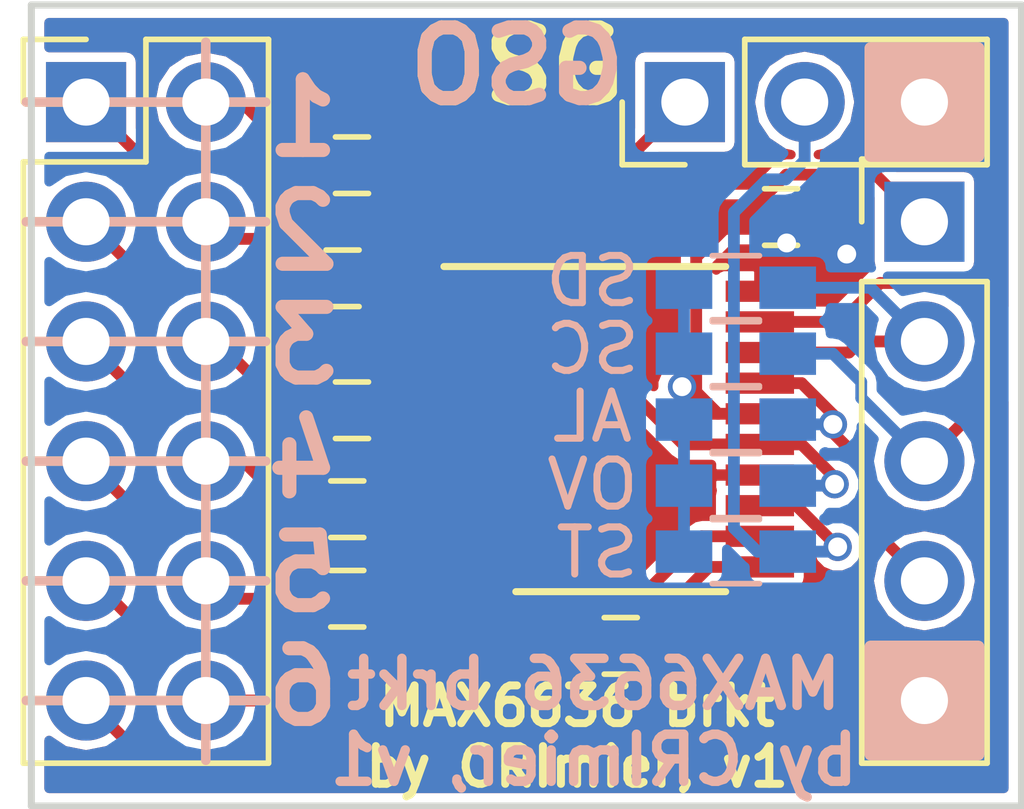
<source format=kicad_pcb>
(kicad_pcb (version 4) (host pcbnew 4.0.7)

  (general
    (links 45)
    (no_connects 0)
    (area 133.682381 94.31238 158.345 115.165)
    (thickness 1.6)
    (drawings 23)
    (tracks 189)
    (zones 0)
    (modules 16)
    (nets 20)
  )

  (page A4)
  (layers
    (0 F.Cu signal)
    (31 B.Cu signal)
    (32 B.Adhes user)
    (33 F.Adhes user)
    (34 B.Paste user)
    (35 F.Paste user)
    (36 B.SilkS user)
    (37 F.SilkS user)
    (38 B.Mask user)
    (39 F.Mask user)
    (40 Dwgs.User user)
    (41 Cmts.User user)
    (42 Eco1.User user)
    (43 Eco2.User user)
    (44 Edge.Cuts user)
    (45 Margin user)
    (46 B.CrtYd user)
    (47 F.CrtYd user)
    (48 B.Fab user hide)
    (49 F.Fab user hide)
  )

  (setup
    (last_trace_width 0.25)
    (user_trace_width 0.2)
    (trace_clearance 0.2)
    (zone_clearance 0.508)
    (zone_45_only no)
    (trace_min 0.2)
    (segment_width 0.2)
    (edge_width 0.15)
    (via_size 0.6)
    (via_drill 0.4)
    (via_min_size 0.4)
    (via_min_drill 0.3)
    (uvia_size 0.3)
    (uvia_drill 0.1)
    (uvias_allowed no)
    (uvia_min_size 0.2)
    (uvia_min_drill 0.1)
    (pcb_text_width 0.3)
    (pcb_text_size 1.5 1.5)
    (mod_edge_width 0.15)
    (mod_text_size 1 1)
    (mod_text_width 0.15)
    (pad_size 1.524 1.524)
    (pad_drill 0.762)
    (pad_to_mask_clearance 0.2)
    (aux_axis_origin 156.9974 97.0026)
    (visible_elements 7FFFFFFF)
    (pcbplotparams
      (layerselection 0x010f0_80000001)
      (usegerberextensions true)
      (excludeedgelayer true)
      (linewidth 0.100000)
      (plotframeref false)
      (viasonmask false)
      (mode 1)
      (useauxorigin true)
      (hpglpennumber 1)
      (hpglpenspeed 20)
      (hpglpendiameter 15)
      (hpglpenoverlay 2)
      (psnegative false)
      (psa4output false)
      (plotreference true)
      (plotvalue true)
      (plotinvisibletext false)
      (padsonsilk false)
      (subtractmaskfromsilk true)
      (outputformat 1)
      (mirror false)
      (drillshape 0)
      (scaleselection 1)
      (outputdirectory gerbers/))
  )

  (net 0 "")
  (net 1 VCC)
  (net 2 GND)
  (net 3 ~OVERT)
  (net 4 ~STBY)
  (net 5 SDA)
  (net 6 SCK)
  (net 7 ~ALRT)
  (net 8 /1-)
  (net 9 /1+)
  (net 10 /2-)
  (net 11 /2+)
  (net 12 /3-)
  (net 13 /3+)
  (net 14 /4-)
  (net 15 /4+)
  (net 16 /5-)
  (net 17 /5+)
  (net 18 /6-)
  (net 19 /6+)

  (net_class Default "This is the default net class."
    (clearance 0.2)
    (trace_width 0.25)
    (via_dia 0.6)
    (via_drill 0.4)
    (uvia_dia 0.3)
    (uvia_drill 0.1)
    (add_net /1+)
    (add_net /1-)
    (add_net /2+)
    (add_net /2-)
    (add_net /3+)
    (add_net /3-)
    (add_net /4+)
    (add_net /4-)
    (add_net /5+)
    (add_net /5-)
    (add_net /6+)
    (add_net /6-)
    (add_net GND)
    (add_net SCK)
    (add_net SDA)
    (add_net VCC)
    (add_net ~ALRT)
    (add_net ~OVERT)
    (add_net ~STBY)
  )

  (module Capacitors_SMD:C_0603_HandSoldering (layer F.Cu) (tedit 5CC4BFCD) (tstamp 5CC4BF74)
    (at 142.8 100.4)
    (descr "Capacitor SMD 0603, hand soldering")
    (tags "capacitor 0603")
    (path /5CC4C1DD)
    (attr smd)
    (fp_text reference C1 (at 0 -1.25) (layer F.SilkS) hide
      (effects (font (size 1 1) (thickness 0.15)))
    )
    (fp_text value 2200pF (at 0 1.5) (layer F.Fab)
      (effects (font (size 1 1) (thickness 0.15)))
    )
    (fp_text user %R (at 0 -1.25) (layer F.Fab)
      (effects (font (size 1 1) (thickness 0.15)))
    )
    (fp_line (start -0.8 0.4) (end -0.8 -0.4) (layer F.Fab) (width 0.1))
    (fp_line (start 0.8 0.4) (end -0.8 0.4) (layer F.Fab) (width 0.1))
    (fp_line (start 0.8 -0.4) (end 0.8 0.4) (layer F.Fab) (width 0.1))
    (fp_line (start -0.8 -0.4) (end 0.8 -0.4) (layer F.Fab) (width 0.1))
    (fp_line (start -0.35 -0.6) (end 0.35 -0.6) (layer F.SilkS) (width 0.12))
    (fp_line (start 0.35 0.6) (end -0.35 0.6) (layer F.SilkS) (width 0.12))
    (fp_line (start -1.8 -0.65) (end 1.8 -0.65) (layer F.CrtYd) (width 0.05))
    (fp_line (start -1.8 -0.65) (end -1.8 0.65) (layer F.CrtYd) (width 0.05))
    (fp_line (start 1.8 0.65) (end 1.8 -0.65) (layer F.CrtYd) (width 0.05))
    (fp_line (start 1.8 0.65) (end -1.8 0.65) (layer F.CrtYd) (width 0.05))
    (pad 1 smd rect (at -0.95 0) (size 1.2 0.75) (layers F.Cu F.Paste F.Mask)
      (net 8 /1-))
    (pad 2 smd rect (at 0.95 0) (size 1.2 0.75) (layers F.Cu F.Paste F.Mask)
      (net 9 /1+))
    (model Capacitors_SMD.3dshapes/C_0603.wrl
      (at (xyz 0 0 0))
      (scale (xyz 1 1 1))
      (rotate (xyz 0 0 0))
    )
  )

  (module Capacitors_SMD:C_0603_HandSoldering (layer F.Cu) (tedit 5CC4BFD3) (tstamp 5CC4BF7A)
    (at 142.6 102.8)
    (descr "Capacitor SMD 0603, hand soldering")
    (tags "capacitor 0603")
    (path /5CC4BFE0)
    (attr smd)
    (fp_text reference C2 (at 0 -1.25) (layer F.SilkS) hide
      (effects (font (size 1 1) (thickness 0.15)))
    )
    (fp_text value 2200pF (at 0 1.5) (layer F.Fab)
      (effects (font (size 1 1) (thickness 0.15)))
    )
    (fp_text user %R (at 0 -1.25) (layer F.Fab)
      (effects (font (size 1 1) (thickness 0.15)))
    )
    (fp_line (start -0.8 0.4) (end -0.8 -0.4) (layer F.Fab) (width 0.1))
    (fp_line (start 0.8 0.4) (end -0.8 0.4) (layer F.Fab) (width 0.1))
    (fp_line (start 0.8 -0.4) (end 0.8 0.4) (layer F.Fab) (width 0.1))
    (fp_line (start -0.8 -0.4) (end 0.8 -0.4) (layer F.Fab) (width 0.1))
    (fp_line (start -0.35 -0.6) (end 0.35 -0.6) (layer F.SilkS) (width 0.12))
    (fp_line (start 0.35 0.6) (end -0.35 0.6) (layer F.SilkS) (width 0.12))
    (fp_line (start -1.8 -0.65) (end 1.8 -0.65) (layer F.CrtYd) (width 0.05))
    (fp_line (start -1.8 -0.65) (end -1.8 0.65) (layer F.CrtYd) (width 0.05))
    (fp_line (start 1.8 0.65) (end 1.8 -0.65) (layer F.CrtYd) (width 0.05))
    (fp_line (start 1.8 0.65) (end -1.8 0.65) (layer F.CrtYd) (width 0.05))
    (pad 1 smd rect (at -0.95 0) (size 1.2 0.75) (layers F.Cu F.Paste F.Mask)
      (net 10 /2-))
    (pad 2 smd rect (at 0.95 0) (size 1.2 0.75) (layers F.Cu F.Paste F.Mask)
      (net 11 /2+))
    (model Capacitors_SMD.3dshapes/C_0603.wrl
      (at (xyz 0 0 0))
      (scale (xyz 1 1 1))
      (rotate (xyz 0 0 0))
    )
  )

  (module Capacitors_SMD:C_0603_HandSoldering (layer F.Cu) (tedit 5CC4BFD1) (tstamp 5CC4BF80)
    (at 142.8 105.6)
    (descr "Capacitor SMD 0603, hand soldering")
    (tags "capacitor 0603")
    (path /5CC4C208)
    (attr smd)
    (fp_text reference C3 (at 0 -1.25) (layer F.SilkS) hide
      (effects (font (size 1 1) (thickness 0.15)))
    )
    (fp_text value 2200pF (at 0 1.5) (layer F.Fab)
      (effects (font (size 1 1) (thickness 0.15)))
    )
    (fp_text user %R (at 0 -1.25) (layer F.Fab)
      (effects (font (size 1 1) (thickness 0.15)))
    )
    (fp_line (start -0.8 0.4) (end -0.8 -0.4) (layer F.Fab) (width 0.1))
    (fp_line (start 0.8 0.4) (end -0.8 0.4) (layer F.Fab) (width 0.1))
    (fp_line (start 0.8 -0.4) (end 0.8 0.4) (layer F.Fab) (width 0.1))
    (fp_line (start -0.8 -0.4) (end 0.8 -0.4) (layer F.Fab) (width 0.1))
    (fp_line (start -0.35 -0.6) (end 0.35 -0.6) (layer F.SilkS) (width 0.12))
    (fp_line (start 0.35 0.6) (end -0.35 0.6) (layer F.SilkS) (width 0.12))
    (fp_line (start -1.8 -0.65) (end 1.8 -0.65) (layer F.CrtYd) (width 0.05))
    (fp_line (start -1.8 -0.65) (end -1.8 0.65) (layer F.CrtYd) (width 0.05))
    (fp_line (start 1.8 0.65) (end 1.8 -0.65) (layer F.CrtYd) (width 0.05))
    (fp_line (start 1.8 0.65) (end -1.8 0.65) (layer F.CrtYd) (width 0.05))
    (pad 1 smd rect (at -0.95 0) (size 1.2 0.75) (layers F.Cu F.Paste F.Mask)
      (net 12 /3-))
    (pad 2 smd rect (at 0.95 0) (size 1.2 0.75) (layers F.Cu F.Paste F.Mask)
      (net 13 /3+))
    (model Capacitors_SMD.3dshapes/C_0603.wrl
      (at (xyz 0 0 0))
      (scale (xyz 1 1 1))
      (rotate (xyz 0 0 0))
    )
  )

  (module Capacitors_SMD:C_0603_HandSoldering (layer F.Cu) (tedit 5CC4BFD6) (tstamp 5CC4BF86)
    (at 142.7 107.7 180)
    (descr "Capacitor SMD 0603, hand soldering")
    (tags "capacitor 0603")
    (path /5CC4C232)
    (attr smd)
    (fp_text reference C4 (at 0 -1.25 180) (layer F.SilkS) hide
      (effects (font (size 1 1) (thickness 0.15)))
    )
    (fp_text value 2200pF (at 0 1.5 180) (layer F.Fab)
      (effects (font (size 1 1) (thickness 0.15)))
    )
    (fp_text user %R (at 0 -1.25 180) (layer F.Fab)
      (effects (font (size 1 1) (thickness 0.15)))
    )
    (fp_line (start -0.8 0.4) (end -0.8 -0.4) (layer F.Fab) (width 0.1))
    (fp_line (start 0.8 0.4) (end -0.8 0.4) (layer F.Fab) (width 0.1))
    (fp_line (start 0.8 -0.4) (end 0.8 0.4) (layer F.Fab) (width 0.1))
    (fp_line (start -0.8 -0.4) (end 0.8 -0.4) (layer F.Fab) (width 0.1))
    (fp_line (start -0.35 -0.6) (end 0.35 -0.6) (layer F.SilkS) (width 0.12))
    (fp_line (start 0.35 0.6) (end -0.35 0.6) (layer F.SilkS) (width 0.12))
    (fp_line (start -1.8 -0.65) (end 1.8 -0.65) (layer F.CrtYd) (width 0.05))
    (fp_line (start -1.8 -0.65) (end -1.8 0.65) (layer F.CrtYd) (width 0.05))
    (fp_line (start 1.8 0.65) (end 1.8 -0.65) (layer F.CrtYd) (width 0.05))
    (fp_line (start 1.8 0.65) (end -1.8 0.65) (layer F.CrtYd) (width 0.05))
    (pad 1 smd rect (at -0.95 0 180) (size 1.2 0.75) (layers F.Cu F.Paste F.Mask)
      (net 14 /4-))
    (pad 2 smd rect (at 0.95 0 180) (size 1.2 0.75) (layers F.Cu F.Paste F.Mask)
      (net 15 /4+))
    (model Capacitors_SMD.3dshapes/C_0603.wrl
      (at (xyz 0 0 0))
      (scale (xyz 1 1 1))
      (rotate (xyz 0 0 0))
    )
  )

  (module Capacitors_SMD:C_0603_HandSoldering (layer F.Cu) (tedit 5CC4BFDA) (tstamp 5CC4BF8C)
    (at 142.7 109.6 180)
    (descr "Capacitor SMD 0603, hand soldering")
    (tags "capacitor 0603")
    (path /5CC4C263)
    (attr smd)
    (fp_text reference C5 (at 0 -1.25 180) (layer F.SilkS) hide
      (effects (font (size 1 1) (thickness 0.15)))
    )
    (fp_text value 2200pF (at 0 1.5 180) (layer F.Fab)
      (effects (font (size 1 1) (thickness 0.15)))
    )
    (fp_text user %R (at 0 -1.25 180) (layer F.Fab)
      (effects (font (size 1 1) (thickness 0.15)))
    )
    (fp_line (start -0.8 0.4) (end -0.8 -0.4) (layer F.Fab) (width 0.1))
    (fp_line (start 0.8 0.4) (end -0.8 0.4) (layer F.Fab) (width 0.1))
    (fp_line (start 0.8 -0.4) (end 0.8 0.4) (layer F.Fab) (width 0.1))
    (fp_line (start -0.8 -0.4) (end 0.8 -0.4) (layer F.Fab) (width 0.1))
    (fp_line (start -0.35 -0.6) (end 0.35 -0.6) (layer F.SilkS) (width 0.12))
    (fp_line (start 0.35 0.6) (end -0.35 0.6) (layer F.SilkS) (width 0.12))
    (fp_line (start -1.8 -0.65) (end 1.8 -0.65) (layer F.CrtYd) (width 0.05))
    (fp_line (start -1.8 -0.65) (end -1.8 0.65) (layer F.CrtYd) (width 0.05))
    (fp_line (start 1.8 0.65) (end 1.8 -0.65) (layer F.CrtYd) (width 0.05))
    (fp_line (start 1.8 0.65) (end -1.8 0.65) (layer F.CrtYd) (width 0.05))
    (pad 1 smd rect (at -0.95 0 180) (size 1.2 0.75) (layers F.Cu F.Paste F.Mask)
      (net 16 /5-))
    (pad 2 smd rect (at 0.95 0 180) (size 1.2 0.75) (layers F.Cu F.Paste F.Mask)
      (net 17 /5+))
    (model Capacitors_SMD.3dshapes/C_0603.wrl
      (at (xyz 0 0 0))
      (scale (xyz 1 1 1))
      (rotate (xyz 0 0 0))
    )
  )

  (module Capacitors_SMD:C_0603_HandSoldering (layer F.Cu) (tedit 5CC4BFDC) (tstamp 5CC4BF92)
    (at 148.5 110.6 180)
    (descr "Capacitor SMD 0603, hand soldering")
    (tags "capacitor 0603")
    (path /5CC4C28F)
    (attr smd)
    (fp_text reference C6 (at 0 -1.25 180) (layer F.SilkS) hide
      (effects (font (size 1 1) (thickness 0.15)))
    )
    (fp_text value 2200pF (at 0 1.5 180) (layer F.Fab)
      (effects (font (size 1 1) (thickness 0.15)))
    )
    (fp_text user %R (at 0 -1.25 180) (layer F.Fab)
      (effects (font (size 1 1) (thickness 0.15)))
    )
    (fp_line (start -0.8 0.4) (end -0.8 -0.4) (layer F.Fab) (width 0.1))
    (fp_line (start 0.8 0.4) (end -0.8 0.4) (layer F.Fab) (width 0.1))
    (fp_line (start 0.8 -0.4) (end 0.8 0.4) (layer F.Fab) (width 0.1))
    (fp_line (start -0.8 -0.4) (end 0.8 -0.4) (layer F.Fab) (width 0.1))
    (fp_line (start -0.35 -0.6) (end 0.35 -0.6) (layer F.SilkS) (width 0.12))
    (fp_line (start 0.35 0.6) (end -0.35 0.6) (layer F.SilkS) (width 0.12))
    (fp_line (start -1.8 -0.65) (end 1.8 -0.65) (layer F.CrtYd) (width 0.05))
    (fp_line (start -1.8 -0.65) (end -1.8 0.65) (layer F.CrtYd) (width 0.05))
    (fp_line (start 1.8 0.65) (end 1.8 -0.65) (layer F.CrtYd) (width 0.05))
    (fp_line (start 1.8 0.65) (end -1.8 0.65) (layer F.CrtYd) (width 0.05))
    (pad 1 smd rect (at -0.95 0 180) (size 1.2 0.75) (layers F.Cu F.Paste F.Mask)
      (net 18 /6-))
    (pad 2 smd rect (at 0.95 0 180) (size 1.2 0.75) (layers F.Cu F.Paste F.Mask)
      (net 19 /6+))
    (model Capacitors_SMD.3dshapes/C_0603.wrl
      (at (xyz 0 0 0))
      (scale (xyz 1 1 1))
      (rotate (xyz 0 0 0))
    )
  )

  (module Capacitors_SMD:C_0603_HandSoldering (layer F.Cu) (tedit 5CC4BFE0) (tstamp 5CC4BF98)
    (at 151.9 101.5)
    (descr "Capacitor SMD 0603, hand soldering")
    (tags "capacitor 0603")
    (path /5CC4C4B6)
    (attr smd)
    (fp_text reference C7 (at 0 -1.25) (layer F.SilkS) hide
      (effects (font (size 1 1) (thickness 0.15)))
    )
    (fp_text value 100nF (at 0 1.5) (layer F.Fab)
      (effects (font (size 1 1) (thickness 0.15)))
    )
    (fp_text user %R (at 0 -1.25) (layer F.Fab)
      (effects (font (size 1 1) (thickness 0.15)))
    )
    (fp_line (start -0.8 0.4) (end -0.8 -0.4) (layer F.Fab) (width 0.1))
    (fp_line (start 0.8 0.4) (end -0.8 0.4) (layer F.Fab) (width 0.1))
    (fp_line (start 0.8 -0.4) (end 0.8 0.4) (layer F.Fab) (width 0.1))
    (fp_line (start -0.8 -0.4) (end 0.8 -0.4) (layer F.Fab) (width 0.1))
    (fp_line (start -0.35 -0.6) (end 0.35 -0.6) (layer F.SilkS) (width 0.12))
    (fp_line (start 0.35 0.6) (end -0.35 0.6) (layer F.SilkS) (width 0.12))
    (fp_line (start -1.8 -0.65) (end 1.8 -0.65) (layer F.CrtYd) (width 0.05))
    (fp_line (start -1.8 -0.65) (end -1.8 0.65) (layer F.CrtYd) (width 0.05))
    (fp_line (start 1.8 0.65) (end 1.8 -0.65) (layer F.CrtYd) (width 0.05))
    (fp_line (start 1.8 0.65) (end -1.8 0.65) (layer F.CrtYd) (width 0.05))
    (pad 1 smd rect (at -0.95 0) (size 1.2 0.75) (layers F.Cu F.Paste F.Mask)
      (net 1 VCC))
    (pad 2 smd rect (at 0.95 0) (size 1.2 0.75) (layers F.Cu F.Paste F.Mask)
      (net 2 GND))
    (model Capacitors_SMD.3dshapes/C_0603.wrl
      (at (xyz 0 0 0))
      (scale (xyz 1 1 1))
      (rotate (xyz 0 0 0))
    )
  )

  (module Pin_Headers:Pin_Header_Straight_1x03_Pitch2.54mm (layer F.Cu) (tedit 5CC4BFB1) (tstamp 5CC4BFAF)
    (at 149.86 99.06 90)
    (descr "Through hole straight pin header, 1x03, 2.54mm pitch, single row")
    (tags "Through hole pin header THT 1x03 2.54mm single row")
    (path /5CC4C58E)
    (fp_text reference J2 (at 0 -2.33 90) (layer F.SilkS) hide
      (effects (font (size 1 1) (thickness 0.15)))
    )
    (fp_text value Conn_01x03 (at 0 7.41 90) (layer F.Fab)
      (effects (font (size 1 1) (thickness 0.15)))
    )
    (fp_line (start -0.635 -1.27) (end 1.27 -1.27) (layer F.Fab) (width 0.1))
    (fp_line (start 1.27 -1.27) (end 1.27 6.35) (layer F.Fab) (width 0.1))
    (fp_line (start 1.27 6.35) (end -1.27 6.35) (layer F.Fab) (width 0.1))
    (fp_line (start -1.27 6.35) (end -1.27 -0.635) (layer F.Fab) (width 0.1))
    (fp_line (start -1.27 -0.635) (end -0.635 -1.27) (layer F.Fab) (width 0.1))
    (fp_line (start -1.33 6.41) (end 1.33 6.41) (layer F.SilkS) (width 0.12))
    (fp_line (start -1.33 1.27) (end -1.33 6.41) (layer F.SilkS) (width 0.12))
    (fp_line (start 1.33 1.27) (end 1.33 6.41) (layer F.SilkS) (width 0.12))
    (fp_line (start -1.33 1.27) (end 1.33 1.27) (layer F.SilkS) (width 0.12))
    (fp_line (start -1.33 0) (end -1.33 -1.33) (layer F.SilkS) (width 0.12))
    (fp_line (start -1.33 -1.33) (end 0 -1.33) (layer F.SilkS) (width 0.12))
    (fp_line (start -1.8 -1.8) (end -1.8 6.85) (layer F.CrtYd) (width 0.05))
    (fp_line (start -1.8 6.85) (end 1.8 6.85) (layer F.CrtYd) (width 0.05))
    (fp_line (start 1.8 6.85) (end 1.8 -1.8) (layer F.CrtYd) (width 0.05))
    (fp_line (start 1.8 -1.8) (end -1.8 -1.8) (layer F.CrtYd) (width 0.05))
    (fp_text user %R (at 0 2.54 180) (layer F.Fab)
      (effects (font (size 1 1) (thickness 0.15)))
    )
    (pad 1 thru_hole rect (at 0 0 90) (size 1.7 1.7) (drill 1) (layers *.Cu *.Mask)
      (net 3 ~OVERT))
    (pad 2 thru_hole oval (at 0 2.54 90) (size 1.7 1.7) (drill 1) (layers *.Cu *.Mask)
      (net 4 ~STBY))
    (pad 3 thru_hole oval (at 0 5.08 90) (size 1.7 1.7) (drill 1) (layers *.Cu *.Mask)
      (net 2 GND))
    (model ${KISYS3DMOD}/Pin_Headers.3dshapes/Pin_Header_Straight_1x03_Pitch2.54mm.wrl
      (at (xyz 0 0 0))
      (scale (xyz 1 1 1))
      (rotate (xyz 0 0 0))
    )
  )

  (module Pin_Headers:Pin_Header_Straight_1x05_Pitch2.54mm (layer F.Cu) (tedit 5CC4BFAF) (tstamp 5CC4BFB8)
    (at 154.94 101.6)
    (descr "Through hole straight pin header, 1x05, 2.54mm pitch, single row")
    (tags "Through hole pin header THT 1x05 2.54mm single row")
    (path /5CC4BDB2)
    (fp_text reference J3 (at 0 -2.33) (layer F.SilkS) hide
      (effects (font (size 1 1) (thickness 0.15)))
    )
    (fp_text value I2C (at 0 12.49) (layer F.Fab)
      (effects (font (size 1 1) (thickness 0.15)))
    )
    (fp_line (start -0.635 -1.27) (end 1.27 -1.27) (layer F.Fab) (width 0.1))
    (fp_line (start 1.27 -1.27) (end 1.27 11.43) (layer F.Fab) (width 0.1))
    (fp_line (start 1.27 11.43) (end -1.27 11.43) (layer F.Fab) (width 0.1))
    (fp_line (start -1.27 11.43) (end -1.27 -0.635) (layer F.Fab) (width 0.1))
    (fp_line (start -1.27 -0.635) (end -0.635 -1.27) (layer F.Fab) (width 0.1))
    (fp_line (start -1.33 11.49) (end 1.33 11.49) (layer F.SilkS) (width 0.12))
    (fp_line (start -1.33 1.27) (end -1.33 11.49) (layer F.SilkS) (width 0.12))
    (fp_line (start 1.33 1.27) (end 1.33 11.49) (layer F.SilkS) (width 0.12))
    (fp_line (start -1.33 1.27) (end 1.33 1.27) (layer F.SilkS) (width 0.12))
    (fp_line (start -1.33 0) (end -1.33 -1.33) (layer F.SilkS) (width 0.12))
    (fp_line (start -1.33 -1.33) (end 0 -1.33) (layer F.SilkS) (width 0.12))
    (fp_line (start -1.8 -1.8) (end -1.8 11.95) (layer F.CrtYd) (width 0.05))
    (fp_line (start -1.8 11.95) (end 1.8 11.95) (layer F.CrtYd) (width 0.05))
    (fp_line (start 1.8 11.95) (end 1.8 -1.8) (layer F.CrtYd) (width 0.05))
    (fp_line (start 1.8 -1.8) (end -1.8 -1.8) (layer F.CrtYd) (width 0.05))
    (fp_text user %R (at 0 5.08 90) (layer F.Fab)
      (effects (font (size 1 1) (thickness 0.15)))
    )
    (pad 1 thru_hole rect (at 0 0) (size 1.7 1.7) (drill 1) (layers *.Cu *.Mask)
      (net 1 VCC))
    (pad 2 thru_hole oval (at 0 2.54) (size 1.7 1.7) (drill 1) (layers *.Cu *.Mask)
      (net 5 SDA))
    (pad 3 thru_hole oval (at 0 5.08) (size 1.7 1.7) (drill 1) (layers *.Cu *.Mask)
      (net 6 SCK))
    (pad 4 thru_hole oval (at 0 7.62) (size 1.7 1.7) (drill 1) (layers *.Cu *.Mask)
      (net 7 ~ALRT))
    (pad 5 thru_hole oval (at 0 10.16) (size 1.7 1.7) (drill 1) (layers *.Cu *.Mask)
      (net 2 GND))
    (model ${KISYS3DMOD}/Pin_Headers.3dshapes/Pin_Header_Straight_1x05_Pitch2.54mm.wrl
      (at (xyz 0 0 0))
      (scale (xyz 1 1 1))
      (rotate (xyz 0 0 0))
    )
  )

  (module Resistors_SMD:R_0603_HandSoldering (layer B.Cu) (tedit 5CC4BFE7) (tstamp 5CC4BFBE)
    (at 150.9411 103)
    (descr "Resistor SMD 0603, hand soldering")
    (tags "resistor 0603")
    (path /5CC4C748)
    (attr smd)
    (fp_text reference R1 (at 0 1.45) (layer B.SilkS) hide
      (effects (font (size 1 1) (thickness 0.15)) (justify mirror))
    )
    (fp_text value SD (at -3.0411 -0.14) (layer B.SilkS)
      (effects (font (size 1 1) (thickness 0.15)) (justify mirror))
    )
    (fp_text user %R (at 0 0) (layer B.Fab)
      (effects (font (size 0.4 0.4) (thickness 0.075)) (justify mirror))
    )
    (fp_line (start -0.8 -0.4) (end -0.8 0.4) (layer B.Fab) (width 0.1))
    (fp_line (start 0.8 -0.4) (end -0.8 -0.4) (layer B.Fab) (width 0.1))
    (fp_line (start 0.8 0.4) (end 0.8 -0.4) (layer B.Fab) (width 0.1))
    (fp_line (start -0.8 0.4) (end 0.8 0.4) (layer B.Fab) (width 0.1))
    (fp_line (start 0.5 -0.68) (end -0.5 -0.68) (layer B.SilkS) (width 0.12))
    (fp_line (start -0.5 0.68) (end 0.5 0.68) (layer B.SilkS) (width 0.12))
    (fp_line (start -1.96 0.7) (end 1.95 0.7) (layer B.CrtYd) (width 0.05))
    (fp_line (start -1.96 0.7) (end -1.96 -0.7) (layer B.CrtYd) (width 0.05))
    (fp_line (start 1.95 -0.7) (end 1.95 0.7) (layer B.CrtYd) (width 0.05))
    (fp_line (start 1.95 -0.7) (end -1.96 -0.7) (layer B.CrtYd) (width 0.05))
    (pad 1 smd rect (at -1.1 0) (size 1.2 0.9) (layers B.Cu B.Paste B.Mask)
      (net 1 VCC))
    (pad 2 smd rect (at 1.1 0) (size 1.2 0.9) (layers B.Cu B.Paste B.Mask)
      (net 5 SDA))
    (model ${KISYS3DMOD}/Resistors_SMD.3dshapes/R_0603.wrl
      (at (xyz 0 0 0))
      (scale (xyz 1 1 1))
      (rotate (xyz 0 0 0))
    )
  )

  (module Resistors_SMD:R_0603_HandSoldering (layer B.Cu) (tedit 5CC4BFEC) (tstamp 5CC4BFC4)
    (at 150.9411 104.4)
    (descr "Resistor SMD 0603, hand soldering")
    (tags "resistor 0603")
    (path /5CC4C95A)
    (attr smd)
    (fp_text reference R2 (at 0 1.45) (layer B.SilkS) hide
      (effects (font (size 1 1) (thickness 0.15)) (justify mirror))
    )
    (fp_text value SC (at -3.0411 -0.1) (layer B.SilkS)
      (effects (font (size 1 1) (thickness 0.15)) (justify mirror))
    )
    (fp_text user %R (at 0 0) (layer B.Fab)
      (effects (font (size 0.4 0.4) (thickness 0.075)) (justify mirror))
    )
    (fp_line (start -0.8 -0.4) (end -0.8 0.4) (layer B.Fab) (width 0.1))
    (fp_line (start 0.8 -0.4) (end -0.8 -0.4) (layer B.Fab) (width 0.1))
    (fp_line (start 0.8 0.4) (end 0.8 -0.4) (layer B.Fab) (width 0.1))
    (fp_line (start -0.8 0.4) (end 0.8 0.4) (layer B.Fab) (width 0.1))
    (fp_line (start 0.5 -0.68) (end -0.5 -0.68) (layer B.SilkS) (width 0.12))
    (fp_line (start -0.5 0.68) (end 0.5 0.68) (layer B.SilkS) (width 0.12))
    (fp_line (start -1.96 0.7) (end 1.95 0.7) (layer B.CrtYd) (width 0.05))
    (fp_line (start -1.96 0.7) (end -1.96 -0.7) (layer B.CrtYd) (width 0.05))
    (fp_line (start 1.95 -0.7) (end 1.95 0.7) (layer B.CrtYd) (width 0.05))
    (fp_line (start 1.95 -0.7) (end -1.96 -0.7) (layer B.CrtYd) (width 0.05))
    (pad 1 smd rect (at -1.1 0) (size 1.2 0.9) (layers B.Cu B.Paste B.Mask)
      (net 1 VCC))
    (pad 2 smd rect (at 1.1 0) (size 1.2 0.9) (layers B.Cu B.Paste B.Mask)
      (net 6 SCK))
    (model ${KISYS3DMOD}/Resistors_SMD.3dshapes/R_0603.wrl
      (at (xyz 0 0 0))
      (scale (xyz 1 1 1))
      (rotate (xyz 0 0 0))
    )
  )

  (module Resistors_SMD:R_0603_HandSoldering (layer B.Cu) (tedit 5CC4BFEA) (tstamp 5CC4BFCA)
    (at 150.9411 105.79835)
    (descr "Resistor SMD 0603, hand soldering")
    (tags "resistor 0603")
    (path /5CC4C9BD)
    (attr smd)
    (fp_text reference R3 (at 0 1.45) (layer B.SilkS) hide
      (effects (font (size 1 1) (thickness 0.15)) (justify mirror))
    )
    (fp_text value AL (at -3.0411 -0.06) (layer B.SilkS)
      (effects (font (size 1 1) (thickness 0.15)) (justify mirror))
    )
    (fp_text user %R (at 0 0) (layer B.Fab)
      (effects (font (size 0.4 0.4) (thickness 0.075)) (justify mirror))
    )
    (fp_line (start -0.8 -0.4) (end -0.8 0.4) (layer B.Fab) (width 0.1))
    (fp_line (start 0.8 -0.4) (end -0.8 -0.4) (layer B.Fab) (width 0.1))
    (fp_line (start 0.8 0.4) (end 0.8 -0.4) (layer B.Fab) (width 0.1))
    (fp_line (start -0.8 0.4) (end 0.8 0.4) (layer B.Fab) (width 0.1))
    (fp_line (start 0.5 -0.68) (end -0.5 -0.68) (layer B.SilkS) (width 0.12))
    (fp_line (start -0.5 0.68) (end 0.5 0.68) (layer B.SilkS) (width 0.12))
    (fp_line (start -1.96 0.7) (end 1.95 0.7) (layer B.CrtYd) (width 0.05))
    (fp_line (start -1.96 0.7) (end -1.96 -0.7) (layer B.CrtYd) (width 0.05))
    (fp_line (start 1.95 -0.7) (end 1.95 0.7) (layer B.CrtYd) (width 0.05))
    (fp_line (start 1.95 -0.7) (end -1.96 -0.7) (layer B.CrtYd) (width 0.05))
    (pad 1 smd rect (at -1.1 0) (size 1.2 0.9) (layers B.Cu B.Paste B.Mask)
      (net 1 VCC))
    (pad 2 smd rect (at 1.1 0) (size 1.2 0.9) (layers B.Cu B.Paste B.Mask)
      (net 7 ~ALRT))
    (model ${KISYS3DMOD}/Resistors_SMD.3dshapes/R_0603.wrl
      (at (xyz 0 0 0))
      (scale (xyz 1 1 1))
      (rotate (xyz 0 0 0))
    )
  )

  (module Resistors_SMD:R_0603_HandSoldering (layer B.Cu) (tedit 5CC4C040) (tstamp 5CC4BFD0)
    (at 150.9411 107.2)
    (descr "Resistor SMD 0603, hand soldering")
    (tags "resistor 0603")
    (path /5CC4CA78)
    (attr smd)
    (fp_text reference R4 (at 0 1.45) (layer B.SilkS) hide
      (effects (font (size 1 1) (thickness 0.15)) (justify mirror))
    )
    (fp_text value OV (at -3.0411 -0.02) (layer B.SilkS)
      (effects (font (size 1 1) (thickness 0.15)) (justify mirror))
    )
    (fp_text user %R (at 0 0) (layer B.Fab)
      (effects (font (size 0.4 0.4) (thickness 0.075)) (justify mirror))
    )
    (fp_line (start -0.8 -0.4) (end -0.8 0.4) (layer B.Fab) (width 0.1))
    (fp_line (start 0.8 -0.4) (end -0.8 -0.4) (layer B.Fab) (width 0.1))
    (fp_line (start 0.8 0.4) (end 0.8 -0.4) (layer B.Fab) (width 0.1))
    (fp_line (start -0.8 0.4) (end 0.8 0.4) (layer B.Fab) (width 0.1))
    (fp_line (start 0.5 -0.68) (end -0.5 -0.68) (layer B.SilkS) (width 0.12))
    (fp_line (start -0.5 0.68) (end 0.5 0.68) (layer B.SilkS) (width 0.12))
    (fp_line (start -1.96 0.7) (end 1.95 0.7) (layer B.CrtYd) (width 0.05))
    (fp_line (start -1.96 0.7) (end -1.96 -0.7) (layer B.CrtYd) (width 0.05))
    (fp_line (start 1.95 -0.7) (end 1.95 0.7) (layer B.CrtYd) (width 0.05))
    (fp_line (start 1.95 -0.7) (end -1.96 -0.7) (layer B.CrtYd) (width 0.05))
    (pad 1 smd rect (at -1.1 0) (size 1.2 0.9) (layers B.Cu B.Paste B.Mask)
      (net 1 VCC))
    (pad 2 smd rect (at 1.1 0) (size 1.2 0.9) (layers B.Cu B.Paste B.Mask)
      (net 3 ~OVERT))
    (model ${KISYS3DMOD}/Resistors_SMD.3dshapes/R_0603.wrl
      (at (xyz 0 0 0))
      (scale (xyz 1 1 1))
      (rotate (xyz 0 0 0))
    )
  )

  (module Resistors_SMD:R_0603_HandSoldering (layer B.Cu) (tedit 5CC4C043) (tstamp 5CC4BFD6)
    (at 150.9411 108.6)
    (descr "Resistor SMD 0603, hand soldering")
    (tags "resistor 0603")
    (path /5CC4CAB5)
    (attr smd)
    (fp_text reference R5 (at 0 1.45) (layer B.SilkS) hide
      (effects (font (size 1 1) (thickness 0.15)) (justify mirror))
    )
    (fp_text value ST (at -2.9411 0.02) (layer B.SilkS)
      (effects (font (size 1 1) (thickness 0.15)) (justify mirror))
    )
    (fp_text user %R (at 0 0) (layer B.Fab)
      (effects (font (size 0.4 0.4) (thickness 0.075)) (justify mirror))
    )
    (fp_line (start -0.8 -0.4) (end -0.8 0.4) (layer B.Fab) (width 0.1))
    (fp_line (start 0.8 -0.4) (end -0.8 -0.4) (layer B.Fab) (width 0.1))
    (fp_line (start 0.8 0.4) (end 0.8 -0.4) (layer B.Fab) (width 0.1))
    (fp_line (start -0.8 0.4) (end 0.8 0.4) (layer B.Fab) (width 0.1))
    (fp_line (start 0.5 -0.68) (end -0.5 -0.68) (layer B.SilkS) (width 0.12))
    (fp_line (start -0.5 0.68) (end 0.5 0.68) (layer B.SilkS) (width 0.12))
    (fp_line (start -1.96 0.7) (end 1.95 0.7) (layer B.CrtYd) (width 0.05))
    (fp_line (start -1.96 0.7) (end -1.96 -0.7) (layer B.CrtYd) (width 0.05))
    (fp_line (start 1.95 -0.7) (end 1.95 0.7) (layer B.CrtYd) (width 0.05))
    (fp_line (start 1.95 -0.7) (end -1.96 -0.7) (layer B.CrtYd) (width 0.05))
    (pad 1 smd rect (at -1.1 0) (size 1.2 0.9) (layers B.Cu B.Paste B.Mask)
      (net 1 VCC))
    (pad 2 smd rect (at 1.1 0) (size 1.2 0.9) (layers B.Cu B.Paste B.Mask)
      (net 4 ~STBY))
    (model ${KISYS3DMOD}/Resistors_SMD.3dshapes/R_0603.wrl
      (at (xyz 0 0 0))
      (scale (xyz 1 1 1))
      (rotate (xyz 0 0 0))
    )
  )

  (module Housings_SSOP:TSSOP-20_4.4x6.5mm_Pitch0.65mm (layer F.Cu) (tedit 5CC4C049) (tstamp 5CC4BFEE)
    (at 148.5 106)
    (descr "20-Lead Plastic Thin Shrink Small Outline (ST)-4.4 mm Body [TSSOP] (see Microchip Packaging Specification 00000049BS.pdf)")
    (tags "SSOP 0.65")
    (path /5CC4BD12)
    (attr smd)
    (fp_text reference U1 (at 0 -4.3) (layer F.SilkS) hide
      (effects (font (size 1 1) (thickness 0.15)))
    )
    (fp_text value MAX6636 (at 0 4.3) (layer F.Fab)
      (effects (font (size 1 1) (thickness 0.15)))
    )
    (fp_line (start -1.2 -3.25) (end 2.2 -3.25) (layer F.Fab) (width 0.15))
    (fp_line (start 2.2 -3.25) (end 2.2 3.25) (layer F.Fab) (width 0.15))
    (fp_line (start 2.2 3.25) (end -2.2 3.25) (layer F.Fab) (width 0.15))
    (fp_line (start -2.2 3.25) (end -2.2 -2.25) (layer F.Fab) (width 0.15))
    (fp_line (start -2.2 -2.25) (end -1.2 -3.25) (layer F.Fab) (width 0.15))
    (fp_line (start -3.95 -3.55) (end -3.95 3.55) (layer F.CrtYd) (width 0.05))
    (fp_line (start 3.95 -3.55) (end 3.95 3.55) (layer F.CrtYd) (width 0.05))
    (fp_line (start -3.95 -3.55) (end 3.95 -3.55) (layer F.CrtYd) (width 0.05))
    (fp_line (start -3.95 3.55) (end 3.95 3.55) (layer F.CrtYd) (width 0.05))
    (fp_line (start -2.225 3.45) (end 2.225 3.45) (layer F.SilkS) (width 0.15))
    (fp_line (start -3.75 -3.45) (end 2.225 -3.45) (layer F.SilkS) (width 0.15))
    (fp_text user %R (at 0 0) (layer F.Fab)
      (effects (font (size 0.8 0.8) (thickness 0.15)))
    )
    (pad 1 smd rect (at -2.95 -2.925) (size 1.45 0.45) (layers F.Cu F.Paste F.Mask)
      (net 9 /1+))
    (pad 2 smd rect (at -2.95 -2.275) (size 1.45 0.45) (layers F.Cu F.Paste F.Mask)
      (net 8 /1-))
    (pad 3 smd rect (at -2.95 -1.625) (size 1.45 0.45) (layers F.Cu F.Paste F.Mask)
      (net 11 /2+))
    (pad 4 smd rect (at -2.95 -0.975) (size 1.45 0.45) (layers F.Cu F.Paste F.Mask)
      (net 10 /2-))
    (pad 5 smd rect (at -2.95 -0.325) (size 1.45 0.45) (layers F.Cu F.Paste F.Mask)
      (net 13 /3+))
    (pad 6 smd rect (at -2.95 0.325) (size 1.45 0.45) (layers F.Cu F.Paste F.Mask)
      (net 12 /3-))
    (pad 7 smd rect (at -2.95 0.975) (size 1.45 0.45) (layers F.Cu F.Paste F.Mask)
      (net 15 /4+))
    (pad 8 smd rect (at -2.95 1.625) (size 1.45 0.45) (layers F.Cu F.Paste F.Mask)
      (net 14 /4-))
    (pad 9 smd rect (at -2.95 2.275) (size 1.45 0.45) (layers F.Cu F.Paste F.Mask)
      (net 17 /5+))
    (pad 10 smd rect (at -2.95 2.925) (size 1.45 0.45) (layers F.Cu F.Paste F.Mask)
      (net 16 /5-))
    (pad 11 smd rect (at 2.95 2.925) (size 1.45 0.45) (layers F.Cu F.Paste F.Mask)
      (net 18 /6-))
    (pad 12 smd rect (at 2.95 2.275) (size 1.45 0.45) (layers F.Cu F.Paste F.Mask)
      (net 19 /6+))
    (pad 13 smd rect (at 2.95 1.625) (size 1.45 0.45) (layers F.Cu F.Paste F.Mask)
      (net 4 ~STBY))
    (pad 14 smd rect (at 2.95 0.975) (size 1.45 0.45) (layers F.Cu F.Paste F.Mask)
      (net 2 GND))
    (pad 15 smd rect (at 2.95 0.325) (size 1.45 0.45) (layers F.Cu F.Paste F.Mask)
      (net 3 ~OVERT))
    (pad 16 smd rect (at 2.95 -0.325) (size 1.45 0.45) (layers F.Cu F.Paste F.Mask)
      (net 1 VCC))
    (pad 17 smd rect (at 2.95 -0.975) (size 1.45 0.45) (layers F.Cu F.Paste F.Mask)
      (net 7 ~ALRT))
    (pad 18 smd rect (at 2.95 -1.625) (size 1.45 0.45) (layers F.Cu F.Paste F.Mask)
      (net 5 SDA))
    (pad 19 smd rect (at 2.95 -2.275) (size 1.45 0.45) (layers F.Cu F.Paste F.Mask)
      (net 6 SCK))
    (pad 20 smd rect (at 2.95 -2.925) (size 1.45 0.45) (layers F.Cu F.Paste F.Mask)
      (net 2 GND))
    (model ${KISYS3DMOD}/Housings_SSOP.3dshapes/TSSOP-20_4.4x6.5mm_Pitch0.65mm.wrl
      (at (xyz 0 0 0))
      (scale (xyz 1 1 1))
      (rotate (xyz 0 0 0))
    )
  )

  (module Pin_Headers:Pin_Header_Straight_2x06_Pitch2.54mm (layer F.Cu) (tedit 5CC4BFAC) (tstamp 5CC4C096)
    (at 137.16 99.06)
    (descr "Through hole straight pin header, 2x06, 2.54mm pitch, double rows")
    (tags "Through hole pin header THT 2x06 2.54mm double row")
    (path /5CC4BE4E)
    (fp_text reference J1 (at 1.27 -2.33) (layer F.SilkS) hide
      (effects (font (size 1 1) (thickness 0.15)))
    )
    (fp_text value Conn_01x12 (at 1.27 15.03) (layer F.Fab)
      (effects (font (size 1 1) (thickness 0.15)))
    )
    (fp_line (start 0 -1.27) (end 3.81 -1.27) (layer F.Fab) (width 0.1))
    (fp_line (start 3.81 -1.27) (end 3.81 13.97) (layer F.Fab) (width 0.1))
    (fp_line (start 3.81 13.97) (end -1.27 13.97) (layer F.Fab) (width 0.1))
    (fp_line (start -1.27 13.97) (end -1.27 0) (layer F.Fab) (width 0.1))
    (fp_line (start -1.27 0) (end 0 -1.27) (layer F.Fab) (width 0.1))
    (fp_line (start -1.33 14.03) (end 3.87 14.03) (layer F.SilkS) (width 0.12))
    (fp_line (start -1.33 1.27) (end -1.33 14.03) (layer F.SilkS) (width 0.12))
    (fp_line (start 3.87 -1.33) (end 3.87 14.03) (layer F.SilkS) (width 0.12))
    (fp_line (start -1.33 1.27) (end 1.27 1.27) (layer F.SilkS) (width 0.12))
    (fp_line (start 1.27 1.27) (end 1.27 -1.33) (layer F.SilkS) (width 0.12))
    (fp_line (start 1.27 -1.33) (end 3.87 -1.33) (layer F.SilkS) (width 0.12))
    (fp_line (start -1.33 0) (end -1.33 -1.33) (layer F.SilkS) (width 0.12))
    (fp_line (start -1.33 -1.33) (end 0 -1.33) (layer F.SilkS) (width 0.12))
    (fp_line (start -1.8 -1.8) (end -1.8 14.5) (layer F.CrtYd) (width 0.05))
    (fp_line (start -1.8 14.5) (end 4.35 14.5) (layer F.CrtYd) (width 0.05))
    (fp_line (start 4.35 14.5) (end 4.35 -1.8) (layer F.CrtYd) (width 0.05))
    (fp_line (start 4.35 -1.8) (end -1.8 -1.8) (layer F.CrtYd) (width 0.05))
    (fp_text user %R (at 1.27 6.35 90) (layer F.Fab)
      (effects (font (size 1 1) (thickness 0.15)))
    )
    (pad 1 thru_hole rect (at 0 0) (size 1.7 1.7) (drill 1) (layers *.Cu *.Mask)
      (net 8 /1-))
    (pad 2 thru_hole oval (at 2.54 0) (size 1.7 1.7) (drill 1) (layers *.Cu *.Mask)
      (net 9 /1+))
    (pad 3 thru_hole oval (at 0 2.54) (size 1.7 1.7) (drill 1) (layers *.Cu *.Mask)
      (net 10 /2-))
    (pad 4 thru_hole oval (at 2.54 2.54) (size 1.7 1.7) (drill 1) (layers *.Cu *.Mask)
      (net 11 /2+))
    (pad 5 thru_hole oval (at 0 5.08) (size 1.7 1.7) (drill 1) (layers *.Cu *.Mask)
      (net 12 /3-))
    (pad 6 thru_hole oval (at 2.54 5.08) (size 1.7 1.7) (drill 1) (layers *.Cu *.Mask)
      (net 13 /3+))
    (pad 7 thru_hole oval (at 0 7.62) (size 1.7 1.7) (drill 1) (layers *.Cu *.Mask)
      (net 14 /4-))
    (pad 8 thru_hole oval (at 2.54 7.62) (size 1.7 1.7) (drill 1) (layers *.Cu *.Mask)
      (net 15 /4+))
    (pad 9 thru_hole oval (at 0 10.16) (size 1.7 1.7) (drill 1) (layers *.Cu *.Mask)
      (net 16 /5-))
    (pad 10 thru_hole oval (at 2.54 10.16) (size 1.7 1.7) (drill 1) (layers *.Cu *.Mask)
      (net 17 /5+))
    (pad 11 thru_hole oval (at 0 12.7) (size 1.7 1.7) (drill 1) (layers *.Cu *.Mask)
      (net 18 /6-))
    (pad 12 thru_hole oval (at 2.54 12.7) (size 1.7 1.7) (drill 1) (layers *.Cu *.Mask)
      (net 19 /6+))
    (model ${KISYS3DMOD}/Pin_Headers.3dshapes/Pin_Header_Straight_2x06_Pitch2.54mm.wrl
      (at (xyz 0 0 0))
      (scale (xyz 1 1 1))
      (rotate (xyz 0 0 0))
    )
  )

  (gr_text "1\n2\n3\n4\n5\n6" (at 141.7574 105.4354) (layer B.SilkS)
    (effects (font (size 1.5 1.5) (thickness 0.3)) (justify mirror))
  )
  (gr_text "MAX6636 brkt\nby CRImier, v1" (at 147.9296 112.2172) (layer B.SilkS) (tstamp 5CC4C70E)
    (effects (font (size 1 1) (thickness 0.2)) (justify mirror))
  )
  (gr_text "MAX6636 brkt\nby CRImier, v1" (at 147.574 112.522) (layer F.SilkS)
    (effects (font (size 0.8 0.8) (thickness 0.17)))
  )
  (gr_text GSO (at 146.304 98.298) (layer B.SilkS) (tstamp 5CC4C6CA)
    (effects (font (size 1.5 1.5) (thickness 0.3)) (justify mirror))
  )
  (gr_text OSG (at 146.304 98.298) (layer F.SilkS)
    (effects (font (size 1.5 1.5) (thickness 0.3)))
  )
  (gr_line (start 140.97 99.06) (end 135.89 99.06) (layer B.SilkS) (width 0.2))
  (gr_line (start 140.97 101.6) (end 135.89 101.6) (layer B.SilkS) (width 0.2))
  (gr_line (start 140.97 104.14) (end 135.89 104.14) (layer B.SilkS) (width 0.2))
  (gr_line (start 140.97 106.68) (end 135.89 106.68) (layer B.SilkS) (width 0.2))
  (gr_line (start 140.97 109.22) (end 135.89 109.22) (layer B.SilkS) (width 0.2))
  (gr_line (start 140.97 111.76) (end 135.89 111.76) (layer B.SilkS) (width 0.2))
  (gr_line (start 139.7 97.79) (end 139.7 113.03) (layer B.SilkS) (width 0.2))
  (gr_line (start 140.97 101.6) (end 135.89 101.6) (layer F.SilkS) (width 0.2))
  (gr_line (start 140.97 104.14) (end 135.89 104.14) (layer F.SilkS) (width 0.2))
  (gr_line (start 140.97 106.68) (end 135.89 106.68) (layer F.SilkS) (width 0.2))
  (gr_line (start 140.97 109.22) (end 135.89 109.22) (layer F.SilkS) (width 0.2))
  (gr_line (start 140.97 111.76) (end 135.89 111.76) (layer F.SilkS) (width 0.2))
  (gr_line (start 139.7 97.79) (end 139.7 113.03) (layer F.SilkS) (width 0.2))
  (gr_line (start 135.89 99.06) (end 140.97 99.06) (layer F.SilkS) (width 0.2))
  (gr_line (start 136 114) (end 136 97) (layer Edge.Cuts) (width 0.15))
  (gr_line (start 157 114) (end 136 114) (layer Edge.Cuts) (width 0.15))
  (gr_line (start 157 97) (end 157 114) (layer Edge.Cuts) (width 0.15))
  (gr_line (start 136 97) (end 157 97) (layer Edge.Cuts) (width 0.15))

  (segment (start 149.8 105.1) (end 150.375 105.675) (width 0.25) (layer F.Cu) (net 1))
  (segment (start 150.375 105.675) (end 150.564998 105.675) (width 0.25) (layer F.Cu) (net 1))
  (segment (start 150.1 105.210002) (end 150.1 104.8004) (width 0.25) (layer F.Cu) (net 1))
  (segment (start 150.1 104.8004) (end 150.1 102.889998) (width 0.25) (layer F.Cu) (net 1))
  (segment (start 149.8 105.1) (end 149.8004 105.1) (width 0.25) (layer F.Cu) (net 1))
  (segment (start 149.8004 105.1) (end 150.1 104.8004) (width 0.25) (layer F.Cu) (net 1))
  (segment (start 150.95 101.5) (end 151.112082 101.5) (width 0.25) (layer F.Cu) (net 1))
  (segment (start 151.112082 101.5) (end 152.012082 100.6) (width 0.25) (layer F.Cu) (net 1))
  (segment (start 152.012082 100.6) (end 153.9 100.6) (width 0.25) (layer F.Cu) (net 1))
  (segment (start 153.9 100.6) (end 154.9 101.6) (width 0.25) (layer F.Cu) (net 1))
  (segment (start 154.9 101.6) (end 154.94 101.6) (width 0.25) (layer F.Cu) (net 1))
  (segment (start 150.1 102.889998) (end 150.1 102.35) (width 0.25) (layer F.Cu) (net 1))
  (segment (start 150.1 102.35) (end 150.95 101.5) (width 0.25) (layer F.Cu) (net 1))
  (segment (start 149.8411 108.6) (end 149.8411 107.2) (width 0.25) (layer B.Cu) (net 1))
  (segment (start 149.8411 105.79835) (end 149.8411 107.2) (width 0.25) (layer B.Cu) (net 1))
  (segment (start 149.8411 105.79835) (end 149.8411 104.4) (width 0.25) (layer B.Cu) (net 1))
  (segment (start 149.8411 103) (end 149.8411 104.4) (width 0.25) (layer B.Cu) (net 1))
  (segment (start 149.8 105.1) (end 149.8 104.4411) (width 0.25) (layer B.Cu) (net 1))
  (segment (start 149.8 104.4411) (end 149.8411 104.4) (width 0.25) (layer B.Cu) (net 1))
  (segment (start 150.1 105.210002) (end 149.910002 105.210002) (width 0.25) (layer F.Cu) (net 1))
  (segment (start 149.910002 105.210002) (end 149.8 105.1) (width 0.25) (layer F.Cu) (net 1))
  (via (at 149.8 105.1) (size 0.6) (drill 0.4) (layers F.Cu B.Cu) (net 1))
  (segment (start 151.45 105.675) (end 150.564998 105.675) (width 0.25) (layer F.Cu) (net 1))
  (segment (start 150.564998 105.675) (end 150.1 105.210002) (width 0.25) (layer F.Cu) (net 1))
  (segment (start 154.84 101.5) (end 154.94 101.6) (width 0.25) (layer F.Cu) (net 1))
  (segment (start 152.018377 102.049999) (end 152.654 102.049999) (width 0.25) (layer B.Cu) (net 2))
  (segment (start 152.654 102.049999) (end 153.057393 102.049999) (width 0.25) (layer B.Cu) (net 2))
  (segment (start 154.9146 99.06) (end 152.654 101.3206) (width 0.25) (layer B.Cu) (net 2))
  (segment (start 152.654 101.3206) (end 152.654 102.049999) (width 0.25) (layer B.Cu) (net 2))
  (segment (start 154.94 99.06) (end 154.9146 99.06) (width 0.25) (layer B.Cu) (net 2))
  (segment (start 152.85 101.842606) (end 153.29276 102.285366) (width 0.25) (layer F.Cu) (net 2))
  (segment (start 152.85 101.5) (end 152.85 101.842606) (width 0.25) (layer F.Cu) (net 2))
  (segment (start 153.057393 102.049999) (end 153.29276 102.285366) (width 0.25) (layer B.Cu) (net 2))
  (via (at 153.29276 102.285366) (size 0.6) (drill 0.4) (layers F.Cu B.Cu) (net 2))
  (segment (start 152.018377 102.049999) (end 152.083088 102.049999) (width 0.25) (layer F.Cu) (net 2))
  (segment (start 152.083088 102.049999) (end 152.633087 101.5) (width 0.25) (layer F.Cu) (net 2))
  (segment (start 152.633087 101.5) (end 152.85 101.5) (width 0.25) (layer F.Cu) (net 2))
  (via (at 152.018377 102.049999) (size 0.6) (drill 0.4) (layers F.Cu B.Cu) (net 2))
  (segment (start 153.035429 107.025427) (end 153.035429 107.169567) (width 0.25) (layer F.Cu) (net 3))
  (segment (start 153.004996 107.2) (end 153.035429 107.169567) (width 0.25) (layer B.Cu) (net 3))
  (segment (start 152.335002 106.325) (end 153.035429 107.025427) (width 0.25) (layer F.Cu) (net 3))
  (segment (start 152.0411 107.2) (end 153.004996 107.2) (width 0.25) (layer B.Cu) (net 3))
  (segment (start 151.45 106.325) (end 152.335002 106.325) (width 0.25) (layer F.Cu) (net 3))
  (via (at 153.035429 107.169567) (size 0.6) (drill 0.4) (layers F.Cu B.Cu) (net 3))
  (segment (start 148.7 105.2) (end 148.7 100.22) (width 0.25) (layer F.Cu) (net 3))
  (segment (start 148.7 100.22) (end 149.86 99.06) (width 0.25) (layer F.Cu) (net 3))
  (segment (start 149.825 106.325) (end 148.7 105.2) (width 0.25) (layer F.Cu) (net 3))
  (segment (start 151.45 106.325) (end 149.825 106.325) (width 0.25) (layer F.Cu) (net 3))
  (segment (start 152.0411 107.2) (end 152.276102 107.2) (width 0.25) (layer B.Cu) (net 3))
  (segment (start 151.45 107.625) (end 152.225 107.625) (width 0.25) (layer F.Cu) (net 4))
  (segment (start 152.7 108.1) (end 153.1 108.5) (width 0.25) (layer F.Cu) (net 4))
  (segment (start 152.225 107.625) (end 152.7 108.1) (width 0.25) (layer F.Cu) (net 4))
  (segment (start 152 100.7) (end 152.4 100.3) (width 0.25) (layer B.Cu) (net 4))
  (segment (start 152.4 100.3) (end 152.4 99.06) (width 0.25) (layer B.Cu) (net 4))
  (segment (start 151.6 100.7) (end 152 100.7) (width 0.25) (layer B.Cu) (net 4))
  (segment (start 150.9 101.4) (end 151.6 100.7) (width 0.25) (layer B.Cu) (net 4))
  (segment (start 150.9 108.1) (end 150.9 101.4) (width 0.25) (layer B.Cu) (net 4))
  (segment (start 151.4 108.6) (end 150.9 108.1) (width 0.25) (layer B.Cu) (net 4))
  (segment (start 152.0411 108.6) (end 151.4 108.6) (width 0.25) (layer B.Cu) (net 4))
  (segment (start 152.0411 108.6) (end 153 108.6) (width 0.25) (layer B.Cu) (net 4))
  (segment (start 153 108.6) (end 153.1 108.5) (width 0.25) (layer B.Cu) (net 4))
  (via (at 153.1 108.5) (size 0.6) (drill 0.4) (layers F.Cu B.Cu) (net 4))
  (segment (start 151.45 104.375) (end 153.3398 104.375) (width 0.25) (layer F.Cu) (net 5))
  (segment (start 154.94 104.14) (end 153.5748 104.14) (width 0.25) (layer F.Cu) (net 5))
  (segment (start 153.5748 104.14) (end 153.3398 104.375) (width 0.25) (layer F.Cu) (net 5))
  (segment (start 152.0411 103) (end 153.8 103) (width 0.25) (layer B.Cu) (net 5))
  (segment (start 153.8 103) (end 154.94 104.14) (width 0.25) (layer B.Cu) (net 5))
  (segment (start 154.705 104.375) (end 154.94 104.14) (width 0.25) (layer F.Cu) (net 5))
  (segment (start 152.0411 104.4) (end 153 104.4) (width 0.25) (layer B.Cu) (net 6))
  (segment (start 153 104.4) (end 153.6 105) (width 0.25) (layer B.Cu) (net 6))
  (segment (start 153.6 105) (end 153.6 105.34) (width 0.25) (layer B.Cu) (net 6))
  (segment (start 153.6 105.34) (end 154.94 106.68) (width 0.25) (layer B.Cu) (net 6))
  (segment (start 156.2 103.4) (end 156.2 105.42) (width 0.25) (layer F.Cu) (net 6))
  (segment (start 156.2 105.42) (end 154.94 106.68) (width 0.25) (layer F.Cu) (net 6))
  (segment (start 155.7 102.9) (end 156.2 103.4) (width 0.25) (layer F.Cu) (net 6))
  (segment (start 154 102.9) (end 155.7 102.9) (width 0.25) (layer F.Cu) (net 6))
  (segment (start 153.175 103.725) (end 154 102.9) (width 0.25) (layer F.Cu) (net 6))
  (segment (start 151.45 103.725) (end 153.175 103.725) (width 0.25) (layer F.Cu) (net 6))
  (segment (start 153 105.9) (end 153 106.07861) (width 0.25) (layer F.Cu) (net 7))
  (segment (start 153.699186 106.777796) (end 153.699186 107.979186) (width 0.25) (layer F.Cu) (net 7))
  (segment (start 153 106.07861) (end 153.699186 106.777796) (width 0.25) (layer F.Cu) (net 7))
  (segment (start 153.699186 107.979186) (end 154.94 109.22) (width 0.25) (layer F.Cu) (net 7))
  (segment (start 153 105.9) (end 152.14275 105.9) (width 0.25) (layer B.Cu) (net 7))
  (segment (start 152.14275 105.9) (end 152.0411 105.79835) (width 0.25) (layer B.Cu) (net 7))
  (segment (start 151.45 105.025) (end 152.335002 105.025) (width 0.25) (layer F.Cu) (net 7))
  (segment (start 152.335002 105.025) (end 153 105.689998) (width 0.25) (layer F.Cu) (net 7))
  (segment (start 153 105.689998) (end 153 105.9) (width 0.25) (layer F.Cu) (net 7))
  (via (at 153 105.9) (size 0.6) (drill 0.4) (layers F.Cu B.Cu) (net 7))
  (segment (start 143.9 101.2) (end 144.499999 101.799999) (width 0.25) (layer F.Cu) (net 8))
  (segment (start 144.499999 101.799999) (end 144.499999 103.560001) (width 0.25) (layer F.Cu) (net 8))
  (segment (start 142.8 101.2) (end 143.9 101.2) (width 0.25) (layer F.Cu) (net 8))
  (segment (start 142 100.4) (end 142.8 101.2) (width 0.25) (layer F.Cu) (net 8))
  (segment (start 141.85 100.4) (end 142 100.4) (width 0.25) (layer F.Cu) (net 8))
  (segment (start 138.5 100.4) (end 141.85 100.4) (width 0.25) (layer F.Cu) (net 8))
  (segment (start 137.16 99.06) (end 138.5 100.4) (width 0.25) (layer F.Cu) (net 8))
  (segment (start 145.55 103.725) (end 144.664998 103.725) (width 0.25) (layer F.Cu) (net 8))
  (segment (start 144.664998 103.725) (end 144.499999 103.560001) (width 0.25) (layer F.Cu) (net 8))
  (segment (start 145.55 103.075) (end 145.55 102.85) (width 0.25) (layer F.Cu) (net 9))
  (segment (start 145.55 102.85) (end 144.950009 102.250009) (width 0.25) (layer F.Cu) (net 9))
  (segment (start 143.966514 100.4) (end 143.75 100.4) (width 0.25) (layer F.Cu) (net 9))
  (segment (start 144.950009 102.250009) (end 144.950009 101.383495) (width 0.25) (layer F.Cu) (net 9))
  (segment (start 144.950009 101.383495) (end 143.966514 100.4) (width 0.25) (layer F.Cu) (net 9))
  (segment (start 139.7 99.06) (end 140.46 99.06) (width 0.25) (layer F.Cu) (net 9))
  (segment (start 140.46 99.06) (end 141 99.6) (width 0.25) (layer F.Cu) (net 9))
  (segment (start 141 99.6) (end 142.726111 99.6) (width 0.25) (layer F.Cu) (net 9))
  (segment (start 142.726111 99.6) (end 143.526111 100.4) (width 0.25) (layer F.Cu) (net 9))
  (segment (start 143.526111 100.4) (end 143.75 100.4) (width 0.25) (layer F.Cu) (net 9))
  (segment (start 143.7 104.8) (end 144.439998 104.8) (width 0.25) (layer F.Cu) (net 10))
  (segment (start 144.439998 104.8) (end 144.664998 105.025) (width 0.25) (layer F.Cu) (net 10))
  (segment (start 144.664998 105.025) (end 145.55 105.025) (width 0.25) (layer F.Cu) (net 10))
  (segment (start 143.260776 104.360776) (end 143.7 104.8) (width 0.25) (layer F.Cu) (net 10))
  (segment (start 141.65 103.45) (end 142.560776 104.360776) (width 0.25) (layer F.Cu) (net 10))
  (segment (start 142.560776 104.360776) (end 143.260776 104.360776) (width 0.25) (layer F.Cu) (net 10))
  (segment (start 141.65 102.8) (end 141.65 103.45) (width 0.25) (layer F.Cu) (net 10))
  (segment (start 137.2 101.6) (end 138.4 102.8) (width 0.25) (layer F.Cu) (net 10))
  (segment (start 138.4 102.8) (end 141.65 102.8) (width 0.25) (layer F.Cu) (net 10))
  (segment (start 137.16 101.6) (end 137.2 101.6) (width 0.25) (layer F.Cu) (net 10))
  (segment (start 143.949991 104.349991) (end 143.55 103.95) (width 0.25) (layer F.Cu) (net 11))
  (segment (start 143.55 103.95) (end 143.55 102.8) (width 0.25) (layer F.Cu) (net 11))
  (segment (start 145.55 104.375) (end 145.524991 104.349991) (width 0.25) (layer F.Cu) (net 11))
  (segment (start 145.524991 104.349991) (end 143.949991 104.349991) (width 0.25) (layer F.Cu) (net 11))
  (segment (start 139.7 101.6) (end 140.062729 101.962729) (width 0.25) (layer F.Cu) (net 11))
  (segment (start 140.062729 101.962729) (end 142.616082 101.962729) (width 0.25) (layer F.Cu) (net 11))
  (segment (start 142.616082 101.962729) (end 143.453353 102.8) (width 0.25) (layer F.Cu) (net 11))
  (segment (start 143.453353 102.8) (end 143.55 102.8) (width 0.25) (layer F.Cu) (net 11))
  (segment (start 140.824999 105.949999) (end 141 106.125) (width 0.25) (layer F.Cu) (net 12))
  (segment (start 141 106.125) (end 141.2 106.325) (width 0.25) (layer F.Cu) (net 12))
  (segment (start 141.85 105.6) (end 141.525 105.6) (width 0.25) (layer F.Cu) (net 12))
  (segment (start 141.525 105.6) (end 141 106.125) (width 0.25) (layer F.Cu) (net 12))
  (segment (start 141.2 106.325) (end 145.55 106.325) (width 0.25) (layer F.Cu) (net 12))
  (segment (start 140.824999 105.924999) (end 140.824999 105.949999) (width 0.25) (layer F.Cu) (net 12))
  (segment (start 137.16 104.14) (end 138.42 105.4) (width 0.25) (layer F.Cu) (net 12))
  (segment (start 138.42 105.4) (end 140.3 105.4) (width 0.25) (layer F.Cu) (net 12))
  (segment (start 140.3 105.4) (end 140.824999 105.924999) (width 0.25) (layer F.Cu) (net 12))
  (segment (start 143.75 105.6) (end 143.849014 105.699014) (width 0.25) (layer F.Cu) (net 13))
  (segment (start 143.849014 105.699014) (end 145.525986 105.699014) (width 0.25) (layer F.Cu) (net 13))
  (segment (start 145.525986 105.699014) (end 145.55 105.675) (width 0.25) (layer F.Cu) (net 13))
  (segment (start 139.7 104.14) (end 139.94 104.14) (width 0.25) (layer F.Cu) (net 13))
  (segment (start 139.94 104.14) (end 140.610786 104.810786) (width 0.25) (layer F.Cu) (net 13))
  (segment (start 140.610786 104.810786) (end 142.685554 104.810786) (width 0.25) (layer F.Cu) (net 13))
  (segment (start 142.685554 104.810786) (end 143.474768 105.6) (width 0.25) (layer F.Cu) (net 13))
  (segment (start 143.474768 105.6) (end 143.75 105.6) (width 0.25) (layer F.Cu) (net 13))
  (segment (start 140.914551 108.51517) (end 142.442732 108.51517) (width 0.25) (layer F.Cu) (net 14))
  (segment (start 140.279975 107.880594) (end 140.914551 108.51517) (width 0.25) (layer F.Cu) (net 14))
  (segment (start 138.380594 107.880594) (end 140.279975 107.880594) (width 0.25) (layer F.Cu) (net 14))
  (segment (start 143.257902 107.7) (end 143.65 107.7) (width 0.25) (layer F.Cu) (net 14))
  (segment (start 137.18 106.68) (end 138.380594 107.880594) (width 0.25) (layer F.Cu) (net 14))
  (segment (start 137.16 106.68) (end 137.18 106.68) (width 0.25) (layer F.Cu) (net 14))
  (segment (start 142.442732 108.51517) (end 143.257902 107.7) (width 0.25) (layer F.Cu) (net 14))
  (segment (start 145.55 107.625) (end 143.725 107.625) (width 0.25) (layer F.Cu) (net 14))
  (segment (start 143.725 107.625) (end 143.65 107.7) (width 0.25) (layer F.Cu) (net 14))
  (segment (start 139.7 106.68) (end 140.493957 106.68) (width 0.25) (layer F.Cu) (net 15))
  (segment (start 140.493957 106.68) (end 141.513957 107.7) (width 0.25) (layer F.Cu) (net 15))
  (segment (start 141.513957 107.7) (end 141.75 107.7) (width 0.25) (layer F.Cu) (net 15))
  (segment (start 145.55 106.975) (end 142.732347 106.975) (width 0.25) (layer F.Cu) (net 15))
  (segment (start 142.732347 106.975) (end 142.007347 107.7) (width 0.25) (layer F.Cu) (net 15))
  (segment (start 142.007347 107.7) (end 141.75 107.7) (width 0.25) (layer F.Cu) (net 15))
  (segment (start 145.55 108.925) (end 144.564685 108.925) (width 0.25) (layer F.Cu) (net 16))
  (segment (start 144.564685 108.925) (end 143.889685 109.6) (width 0.25) (layer F.Cu) (net 16))
  (segment (start 143.889685 109.6) (end 143.65 109.6) (width 0.25) (layer F.Cu) (net 16))
  (segment (start 137.32 109.22) (end 138.684999 110.584999) (width 0.25) (layer F.Cu) (net 16))
  (segment (start 138.684999 110.584999) (end 142.665001 110.584999) (width 0.25) (layer F.Cu) (net 16))
  (segment (start 142.665001 110.584999) (end 143.65 109.6) (width 0.25) (layer F.Cu) (net 16))
  (segment (start 137.16 109.22) (end 137.32 109.22) (width 0.25) (layer F.Cu) (net 16))
  (segment (start 142.894312 108.7) (end 141.994312 109.6) (width 0.25) (layer F.Cu) (net 17))
  (segment (start 145.55 108.275) (end 144.664998 108.275) (width 0.25) (layer F.Cu) (net 17))
  (segment (start 144.664998 108.275) (end 144.465008 108.47499) (width 0.25) (layer F.Cu) (net 17))
  (segment (start 144.465008 108.47499) (end 143.92501 108.47499) (width 0.25) (layer F.Cu) (net 17))
  (segment (start 143.92501 108.47499) (end 143.7 108.7) (width 0.25) (layer F.Cu) (net 17))
  (segment (start 143.7 108.7) (end 142.894312 108.7) (width 0.25) (layer F.Cu) (net 17))
  (segment (start 141.994312 109.6) (end 141.75 109.6) (width 0.25) (layer F.Cu) (net 17))
  (segment (start 141.75 109.6) (end 140.08 109.6) (width 0.25) (layer F.Cu) (net 17))
  (segment (start 140.08 109.6) (end 139.7 109.22) (width 0.25) (layer F.Cu) (net 17))
  (segment (start 149.45 110.6) (end 148.698137 111.351863) (width 0.25) (layer F.Cu) (net 18))
  (segment (start 148.698137 111.351863) (end 145.384547 111.351863) (width 0.25) (layer F.Cu) (net 18))
  (segment (start 145.384547 111.351863) (end 144.5264 112.21001) (width 0.25) (layer F.Cu) (net 18))
  (segment (start 141.28999 112.21001) (end 140.455624 113.044376) (width 0.25) (layer F.Cu) (net 18))
  (segment (start 144.5264 112.21001) (end 141.28999 112.21001) (width 0.25) (layer F.Cu) (net 18))
  (segment (start 140.455624 113.044376) (end 138.444376 113.044376) (width 0.25) (layer F.Cu) (net 18))
  (segment (start 138.444376 113.044376) (end 137.16 111.76) (width 0.25) (layer F.Cu) (net 18))
  (segment (start 149.45 109.85) (end 150.375 108.925) (width 0.25) (layer F.Cu) (net 18))
  (segment (start 150.375 108.925) (end 151.45 108.925) (width 0.25) (layer F.Cu) (net 18))
  (segment (start 149.45 110.6) (end 149.45 109.85) (width 0.25) (layer F.Cu) (net 18))
  (segment (start 151.45 108.275) (end 150.214998 108.275) (width 0.25) (layer F.Cu) (net 19))
  (segment (start 150.214998 108.275) (end 147.889998 110.6) (width 0.25) (layer F.Cu) (net 19))
  (segment (start 147.889998 110.6) (end 147.55 110.6) (width 0.25) (layer F.Cu) (net 19))
  (segment (start 144.34 111.76) (end 145.5 110.6) (width 0.25) (layer F.Cu) (net 19))
  (segment (start 145.5 110.6) (end 147.55 110.6) (width 0.25) (layer F.Cu) (net 19))
  (segment (start 139.7 111.76) (end 144.34 111.76) (width 0.25) (layer F.Cu) (net 19))

  (zone (net 2) (net_name GND) (layer F.Cu) (tstamp 0) (hatch edge 0.508)
    (connect_pads (clearance 0.2))
    (min_thickness 0.2)
    (fill yes (arc_segments 16) (thermal_gap 0.2) (thermal_bridge_width 0.24))
    (polygon
      (pts
        (xy 136 97) (xy 157 97) (xy 157 114) (xy 136 114)
      )
    )
    (filled_polygon
      (pts
        (xy 156.625 113.625) (xy 136.375 113.625) (xy 136.375 112.607052) (xy 136.697384 112.822461) (xy 137.13747 112.91)
        (xy 137.18253 112.91) (xy 137.621619 112.822659) (xy 138.143856 113.344896) (xy 138.281735 113.437025) (xy 138.308719 113.442392)
        (xy 138.444376 113.469376) (xy 140.455624 113.469376) (xy 140.591281 113.442392) (xy 140.618265 113.437025) (xy 140.756144 113.344896)
        (xy 141.466031 112.63501) (xy 144.5264 112.63501) (xy 144.662057 112.608026) (xy 144.689041 112.602659) (xy 144.82692 112.51053)
        (xy 145.377824 111.959626) (xy 153.807459 111.959626) (xy 153.817273 112.008975) (xy 153.998014 112.419672) (xy 154.322164 112.72994)
        (xy 154.740374 112.892543) (xy 154.92 112.834828) (xy 154.92 111.78) (xy 154.96 111.78) (xy 154.96 112.834828)
        (xy 155.139626 112.892543) (xy 155.557836 112.72994) (xy 155.881986 112.419672) (xy 156.062727 112.008975) (xy 156.072541 111.959626)
        (xy 156.014814 111.78) (xy 154.96 111.78) (xy 154.92 111.78) (xy 153.865186 111.78) (xy 153.807459 111.959626)
        (xy 145.377824 111.959626) (xy 145.560587 111.776863) (xy 148.698137 111.776863) (xy 148.833794 111.749879) (xy 148.860778 111.744512)
        (xy 148.998657 111.652383) (xy 149.090666 111.560374) (xy 153.807459 111.560374) (xy 153.865186 111.74) (xy 154.92 111.74)
        (xy 154.92 110.685172) (xy 154.96 110.685172) (xy 154.96 111.74) (xy 156.014814 111.74) (xy 156.072541 111.560374)
        (xy 156.062727 111.511025) (xy 155.881986 111.100328) (xy 155.557836 110.79006) (xy 155.139626 110.627457) (xy 154.96 110.685172)
        (xy 154.92 110.685172) (xy 154.740374 110.627457) (xy 154.322164 110.79006) (xy 153.998014 111.100328) (xy 153.817273 111.511025)
        (xy 153.807459 111.560374) (xy 149.090666 111.560374) (xy 149.370163 111.280877) (xy 150.05 111.280877) (xy 150.161173 111.259958)
        (xy 150.263279 111.194255) (xy 150.331778 111.094003) (xy 150.355877 110.975) (xy 150.355877 110.225) (xy 150.334958 110.113827)
        (xy 150.269255 110.011721) (xy 150.169003 109.943222) (xy 150.05 109.919123) (xy 149.981917 109.919123) (xy 150.524766 109.376275)
        (xy 150.605997 109.431778) (xy 150.725 109.455877) (xy 152.175 109.455877) (xy 152.286173 109.434958) (xy 152.388279 109.369255)
        (xy 152.456778 109.269003) (xy 152.480877 109.15) (xy 152.480877 108.7) (xy 152.46137 108.596329) (xy 152.480877 108.5)
        (xy 152.480877 108.481917) (xy 152.499999 108.501039) (xy 152.499896 108.618824) (xy 152.591048 108.839429) (xy 152.759683 109.008359)
        (xy 152.980129 109.099896) (xy 153.218824 109.100104) (xy 153.439429 109.008952) (xy 153.608359 108.840317) (xy 153.699896 108.619871)
        (xy 153.69993 108.58097) (xy 153.872579 108.753619) (xy 153.855009 108.779914) (xy 153.76747 109.22) (xy 153.855009 109.660086)
        (xy 154.104297 110.033173) (xy 154.477384 110.282461) (xy 154.91747 110.37) (xy 154.96253 110.37) (xy 155.402616 110.282461)
        (xy 155.775703 110.033173) (xy 156.024991 109.660086) (xy 156.11253 109.22) (xy 156.024991 108.779914) (xy 155.775703 108.406827)
        (xy 155.402616 108.157539) (xy 154.96253 108.07) (xy 154.91747 108.07) (xy 154.478381 108.157341) (xy 154.124186 107.803146)
        (xy 154.124186 107.506462) (xy 154.477384 107.742461) (xy 154.91747 107.83) (xy 154.96253 107.83) (xy 155.402616 107.742461)
        (xy 155.775703 107.493173) (xy 156.024991 107.120086) (xy 156.11253 106.68) (xy 156.024991 106.239914) (xy 156.007421 106.213619)
        (xy 156.50052 105.72052) (xy 156.592649 105.582641) (xy 156.601852 105.536373) (xy 156.625 105.42)
      )
    )
    (filled_polygon
      (pts
        (xy 156.625 103.4) (xy 156.620131 103.37552) (xy 156.592649 103.237359) (xy 156.500521 103.09948) (xy 156.030482 102.629442)
        (xy 156.071778 102.569003) (xy 156.095877 102.45) (xy 156.095877 100.75) (xy 156.074958 100.638827) (xy 156.009255 100.536721)
        (xy 155.909003 100.468222) (xy 155.79 100.444123) (xy 154.345163 100.444123) (xy 154.20052 100.29948) (xy 154.062641 100.207351)
        (xy 154.035657 100.201984) (xy 153.9 100.175) (xy 152.689221 100.175) (xy 152.840086 100.144991) (xy 153.213173 99.895703)
        (xy 153.462461 99.522616) (xy 153.514773 99.259626) (xy 153.807457 99.259626) (xy 153.97006 99.677836) (xy 154.280328 100.001986)
        (xy 154.691025 100.182727) (xy 154.740374 100.192541) (xy 154.92 100.134814) (xy 154.92 99.08) (xy 154.96 99.08)
        (xy 154.96 100.134814) (xy 155.139626 100.192541) (xy 155.188975 100.182727) (xy 155.599672 100.001986) (xy 155.90994 99.677836)
        (xy 156.072543 99.259626) (xy 156.014828 99.08) (xy 154.96 99.08) (xy 154.92 99.08) (xy 153.865172 99.08)
        (xy 153.807457 99.259626) (xy 153.514773 99.259626) (xy 153.55 99.08253) (xy 153.55 99.03747) (xy 153.514774 98.860374)
        (xy 153.807457 98.860374) (xy 153.865172 99.04) (xy 154.92 99.04) (xy 154.92 97.985186) (xy 154.96 97.985186)
        (xy 154.96 99.04) (xy 156.014828 99.04) (xy 156.072543 98.860374) (xy 155.90994 98.442164) (xy 155.599672 98.118014)
        (xy 155.188975 97.937273) (xy 155.139626 97.927459) (xy 154.96 97.985186) (xy 154.92 97.985186) (xy 154.740374 97.927459)
        (xy 154.691025 97.937273) (xy 154.280328 98.118014) (xy 153.97006 98.442164) (xy 153.807457 98.860374) (xy 153.514774 98.860374)
        (xy 153.462461 98.597384) (xy 153.213173 98.224297) (xy 152.840086 97.975009) (xy 152.4 97.88747) (xy 151.959914 97.975009)
        (xy 151.586827 98.224297) (xy 151.337539 98.597384) (xy 151.25 99.03747) (xy 151.25 99.08253) (xy 151.337539 99.522616)
        (xy 151.586827 99.895703) (xy 151.959914 100.144991) (xy 152.110779 100.175) (xy 152.012082 100.175) (xy 151.849442 100.207351)
        (xy 151.84944 100.207352) (xy 151.849441 100.207352) (xy 151.711561 100.29948) (xy 151.191919 100.819123) (xy 150.35 100.819123)
        (xy 150.238827 100.840042) (xy 150.136721 100.905745) (xy 150.068222 101.005997) (xy 150.044123 101.125) (xy 150.044123 101.804837)
        (xy 149.79948 102.04948) (xy 149.707351 102.187359) (xy 149.707351 102.18736) (xy 149.675 102.35) (xy 149.675 104.502448)
        (xy 149.460571 104.591048) (xy 149.291641 104.759683) (xy 149.200104 104.980129) (xy 149.2 105.09896) (xy 149.125 105.02396)
        (xy 149.125 100.39604) (xy 149.305163 100.215877) (xy 150.71 100.215877) (xy 150.821173 100.194958) (xy 150.923279 100.129255)
        (xy 150.991778 100.029003) (xy 151.015877 99.91) (xy 151.015877 98.21) (xy 150.994958 98.098827) (xy 150.929255 97.996721)
        (xy 150.829003 97.928222) (xy 150.71 97.904123) (xy 149.01 97.904123) (xy 148.898827 97.925042) (xy 148.796721 97.990745)
        (xy 148.728222 98.090997) (xy 148.704123 98.21) (xy 148.704123 99.614837) (xy 148.39948 99.91948) (xy 148.307351 100.057359)
        (xy 148.307351 100.05736) (xy 148.275 100.22) (xy 148.275 105.2) (xy 148.294912 105.300104) (xy 148.307351 105.362641)
        (xy 148.39948 105.50052) (xy 149.524479 106.62552) (xy 149.616608 106.687078) (xy 149.66236 106.717649) (xy 149.825 106.75)
        (xy 150.425 106.75) (xy 150.425 106.88) (xy 150.5 106.955) (xy 151.43 106.955) (xy 151.43 106.935)
        (xy 151.47 106.935) (xy 151.47 106.955) (xy 151.49 106.955) (xy 151.49 106.995) (xy 151.47 106.995)
        (xy 151.47 107.015) (xy 151.43 107.015) (xy 151.43 106.995) (xy 150.5 106.995) (xy 150.425 107.07)
        (xy 150.425 107.259673) (xy 150.440139 107.296222) (xy 150.419123 107.4) (xy 150.419123 107.85) (xy 150.214998 107.85)
        (xy 150.052357 107.882351) (xy 149.914478 107.974479) (xy 147.969835 109.919123) (xy 146.95 109.919123) (xy 146.838827 109.940042)
        (xy 146.736721 110.005745) (xy 146.668222 110.105997) (xy 146.654248 110.175) (xy 145.5 110.175) (xy 145.337359 110.207351)
        (xy 145.19948 110.299479) (xy 144.16396 111.335) (xy 140.787992 111.335) (xy 140.784991 111.319914) (xy 140.577913 111.009999)
        (xy 142.665001 111.009999) (xy 142.800658 110.983015) (xy 142.827642 110.977648) (xy 142.965521 110.885519) (xy 143.570163 110.280877)
        (xy 144.25 110.280877) (xy 144.361173 110.259958) (xy 144.463279 110.194255) (xy 144.531778 110.094003) (xy 144.555877 109.975)
        (xy 144.555877 109.534848) (xy 144.678045 109.41268) (xy 144.705997 109.431778) (xy 144.825 109.455877) (xy 146.275 109.455877)
        (xy 146.386173 109.434958) (xy 146.488279 109.369255) (xy 146.556778 109.269003) (xy 146.580877 109.15) (xy 146.580877 108.7)
        (xy 146.56137 108.596329) (xy 146.580877 108.5) (xy 146.580877 108.05) (xy 146.56137 107.946329) (xy 146.580877 107.85)
        (xy 146.580877 107.4) (xy 146.56137 107.296329) (xy 146.580877 107.2) (xy 146.580877 106.75) (xy 146.56137 106.646329)
        (xy 146.580877 106.55) (xy 146.580877 106.1) (xy 146.56137 105.996329) (xy 146.580877 105.9) (xy 146.580877 105.45)
        (xy 146.56137 105.346329) (xy 146.580877 105.25) (xy 146.580877 104.8) (xy 146.56137 104.696329) (xy 146.580877 104.6)
        (xy 146.580877 104.15) (xy 146.56137 104.046329) (xy 146.580877 103.95) (xy 146.580877 103.5) (xy 146.56137 103.396329)
        (xy 146.580877 103.3) (xy 146.580877 102.85) (xy 146.559958 102.738827) (xy 146.494255 102.636721) (xy 146.394003 102.568222)
        (xy 146.275 102.544123) (xy 145.845164 102.544123) (xy 145.375009 102.073969) (xy 145.375009 101.383495) (xy 145.342658 101.220855)
        (xy 145.342658 101.220854) (xy 145.250529 101.082975) (xy 144.655877 100.488323) (xy 144.655877 100.025) (xy 144.634958 99.913827)
        (xy 144.569255 99.811721) (xy 144.469003 99.743222) (xy 144.35 99.719123) (xy 143.446274 99.719123) (xy 143.026631 99.29948)
        (xy 142.888752 99.207351) (xy 142.861768 99.201984) (xy 142.726111 99.175) (xy 141.176041 99.175) (xy 140.825722 98.824682)
        (xy 140.784991 98.619914) (xy 140.535703 98.246827) (xy 140.162616 97.997539) (xy 139.72253 97.91) (xy 139.67747 97.91)
        (xy 139.237384 97.997539) (xy 138.864297 98.246827) (xy 138.615009 98.619914) (xy 138.52747 99.06) (xy 138.615009 99.500086)
        (xy 138.864297 99.873173) (xy 139.016692 99.975) (xy 138.676041 99.975) (xy 138.315877 99.614836) (xy 138.315877 98.21)
        (xy 138.294958 98.098827) (xy 138.229255 97.996721) (xy 138.129003 97.928222) (xy 138.01 97.904123) (xy 136.375 97.904123)
        (xy 136.375 97.375) (xy 156.625 97.375)
      )
    )
    (filled_polygon
      (pts
        (xy 153.784123 101.085163) (xy 153.784123 102.45) (xy 153.799655 102.532545) (xy 153.699479 102.59948) (xy 152.99896 103.3)
        (xy 152.475 103.3) (xy 152.475 103.17) (xy 152.4 103.095) (xy 151.47 103.095) (xy 151.47 103.115)
        (xy 151.43 103.115) (xy 151.43 103.095) (xy 151.41 103.095) (xy 151.41 103.055) (xy 151.43 103.055)
        (xy 151.43 102.625) (xy 151.47 102.625) (xy 151.47 103.055) (xy 152.4 103.055) (xy 152.475 102.98)
        (xy 152.475 102.790327) (xy 152.429328 102.680064) (xy 152.344937 102.595672) (xy 152.234674 102.55) (xy 151.545 102.55)
        (xy 151.47 102.625) (xy 151.43 102.625) (xy 151.355 102.55) (xy 150.665326 102.55) (xy 150.555063 102.595672)
        (xy 150.525 102.625735) (xy 150.525 102.52604) (xy 150.870164 102.180877) (xy 151.55 102.180877) (xy 151.661173 102.159958)
        (xy 151.763279 102.094255) (xy 151.831778 101.994003) (xy 151.855877 101.875) (xy 151.855877 101.595) (xy 151.95 101.595)
        (xy 151.95 101.934673) (xy 151.995672 102.044936) (xy 152.080063 102.129328) (xy 152.190326 102.175) (xy 152.755 102.175)
        (xy 152.83 102.1) (xy 152.83 101.52) (xy 152.87 101.52) (xy 152.87 102.1) (xy 152.945 102.175)
        (xy 153.509674 102.175) (xy 153.619937 102.129328) (xy 153.704328 102.044936) (xy 153.75 101.934673) (xy 153.75 101.595)
        (xy 153.675 101.52) (xy 152.87 101.52) (xy 152.83 101.52) (xy 152.025 101.52) (xy 151.95 101.595)
        (xy 151.855877 101.595) (xy 151.855877 101.357245) (xy 151.95 101.263123) (xy 151.95 101.405) (xy 152.025 101.48)
        (xy 152.83 101.48) (xy 152.83 101.46) (xy 152.87 101.46) (xy 152.87 101.48) (xy 153.675 101.48)
        (xy 153.75 101.405) (xy 153.75 101.065327) (xy 153.739898 101.040938)
      )
    )
  )
  (zone (net 2) (net_name GND) (layer B.Cu) (tstamp 5CC4C5D2) (hatch edge 0.508)
    (connect_pads (clearance 0.2))
    (min_thickness 0.2)
    (fill yes (arc_segments 16) (thermal_gap 0.2) (thermal_bridge_width 0.24))
    (polygon
      (pts
        (xy 136 114) (xy 157 114) (xy 157 97) (xy 136 97)
      )
    )
    (filled_polygon
      (pts
        (xy 156.625 113.625) (xy 136.375 113.625) (xy 136.375 112.607052) (xy 136.697384 112.822461) (xy 137.13747 112.91)
        (xy 137.18253 112.91) (xy 137.622616 112.822461) (xy 137.995703 112.573173) (xy 138.244991 112.200086) (xy 138.33253 111.76)
        (xy 138.52747 111.76) (xy 138.615009 112.200086) (xy 138.864297 112.573173) (xy 139.237384 112.822461) (xy 139.67747 112.91)
        (xy 139.72253 112.91) (xy 140.162616 112.822461) (xy 140.535703 112.573173) (xy 140.784991 112.200086) (xy 140.832821 111.959626)
        (xy 153.807459 111.959626) (xy 153.817273 112.008975) (xy 153.998014 112.419672) (xy 154.322164 112.72994) (xy 154.740374 112.892543)
        (xy 154.92 112.834828) (xy 154.92 111.78) (xy 154.96 111.78) (xy 154.96 112.834828) (xy 155.139626 112.892543)
        (xy 155.557836 112.72994) (xy 155.881986 112.419672) (xy 156.062727 112.008975) (xy 156.072541 111.959626) (xy 156.014814 111.78)
        (xy 154.96 111.78) (xy 154.92 111.78) (xy 153.865186 111.78) (xy 153.807459 111.959626) (xy 140.832821 111.959626)
        (xy 140.87253 111.76) (xy 140.832822 111.560374) (xy 153.807459 111.560374) (xy 153.865186 111.74) (xy 154.92 111.74)
        (xy 154.92 110.685172) (xy 154.96 110.685172) (xy 154.96 111.74) (xy 156.014814 111.74) (xy 156.072541 111.560374)
        (xy 156.062727 111.511025) (xy 155.881986 111.100328) (xy 155.557836 110.79006) (xy 155.139626 110.627457) (xy 154.96 110.685172)
        (xy 154.92 110.685172) (xy 154.740374 110.627457) (xy 154.322164 110.79006) (xy 153.998014 111.100328) (xy 153.817273 111.511025)
        (xy 153.807459 111.560374) (xy 140.832822 111.560374) (xy 140.784991 111.319914) (xy 140.535703 110.946827) (xy 140.162616 110.697539)
        (xy 139.72253 110.61) (xy 139.67747 110.61) (xy 139.237384 110.697539) (xy 138.864297 110.946827) (xy 138.615009 111.319914)
        (xy 138.52747 111.76) (xy 138.33253 111.76) (xy 138.244991 111.319914) (xy 137.995703 110.946827) (xy 137.622616 110.697539)
        (xy 137.18253 110.61) (xy 137.13747 110.61) (xy 136.697384 110.697539) (xy 136.375 110.912948) (xy 136.375 110.067052)
        (xy 136.697384 110.282461) (xy 137.13747 110.37) (xy 137.18253 110.37) (xy 137.622616 110.282461) (xy 137.995703 110.033173)
        (xy 138.244991 109.660086) (xy 138.33253 109.22) (xy 138.52747 109.22) (xy 138.615009 109.660086) (xy 138.864297 110.033173)
        (xy 139.237384 110.282461) (xy 139.67747 110.37) (xy 139.72253 110.37) (xy 140.162616 110.282461) (xy 140.535703 110.033173)
        (xy 140.784991 109.660086) (xy 140.87253 109.22) (xy 140.784991 108.779914) (xy 140.535703 108.406827) (xy 140.162616 108.157539)
        (xy 139.72253 108.07) (xy 139.67747 108.07) (xy 139.237384 108.157539) (xy 138.864297 108.406827) (xy 138.615009 108.779914)
        (xy 138.52747 109.22) (xy 138.33253 109.22) (xy 138.244991 108.779914) (xy 137.995703 108.406827) (xy 137.622616 108.157539)
        (xy 137.18253 108.07) (xy 137.13747 108.07) (xy 136.697384 108.157539) (xy 136.375 108.372948) (xy 136.375 107.527052)
        (xy 136.697384 107.742461) (xy 137.13747 107.83) (xy 137.18253 107.83) (xy 137.622616 107.742461) (xy 137.995703 107.493173)
        (xy 138.244991 107.120086) (xy 138.33253 106.68) (xy 138.52747 106.68) (xy 138.615009 107.120086) (xy 138.864297 107.493173)
        (xy 139.237384 107.742461) (xy 139.67747 107.83) (xy 139.72253 107.83) (xy 140.162616 107.742461) (xy 140.535703 107.493173)
        (xy 140.784991 107.120086) (xy 140.87253 106.68) (xy 140.784991 106.239914) (xy 140.535703 105.866827) (xy 140.162616 105.617539)
        (xy 139.72253 105.53) (xy 139.67747 105.53) (xy 139.237384 105.617539) (xy 138.864297 105.866827) (xy 138.615009 106.239914)
        (xy 138.52747 106.68) (xy 138.33253 106.68) (xy 138.244991 106.239914) (xy 137.995703 105.866827) (xy 137.622616 105.617539)
        (xy 137.18253 105.53) (xy 137.13747 105.53) (xy 136.697384 105.617539) (xy 136.375 105.832948) (xy 136.375 104.987052)
        (xy 136.697384 105.202461) (xy 137.13747 105.29) (xy 137.18253 105.29) (xy 137.622616 105.202461) (xy 137.995703 104.953173)
        (xy 138.244991 104.580086) (xy 138.33253 104.14) (xy 138.52747 104.14) (xy 138.615009 104.580086) (xy 138.864297 104.953173)
        (xy 139.237384 105.202461) (xy 139.67747 105.29) (xy 139.72253 105.29) (xy 140.162616 105.202461) (xy 140.535703 104.953173)
        (xy 140.784991 104.580086) (xy 140.87253 104.14) (xy 140.784991 103.699914) (xy 140.535703 103.326827) (xy 140.162616 103.077539)
        (xy 139.72253 102.99) (xy 139.67747 102.99) (xy 139.237384 103.077539) (xy 138.864297 103.326827) (xy 138.615009 103.699914)
        (xy 138.52747 104.14) (xy 138.33253 104.14) (xy 138.244991 103.699914) (xy 137.995703 103.326827) (xy 137.622616 103.077539)
        (xy 137.18253 102.99) (xy 137.13747 102.99) (xy 136.697384 103.077539) (xy 136.375 103.292948) (xy 136.375 102.447052)
        (xy 136.697384 102.662461) (xy 137.13747 102.75) (xy 137.18253 102.75) (xy 137.622616 102.662461) (xy 137.995703 102.413173)
        (xy 138.244991 102.040086) (xy 138.33253 101.6) (xy 138.52747 101.6) (xy 138.615009 102.040086) (xy 138.864297 102.413173)
        (xy 139.237384 102.662461) (xy 139.67747 102.75) (xy 139.72253 102.75) (xy 140.162616 102.662461) (xy 140.330926 102.55)
        (xy 148.935223 102.55) (xy 148.935223 103.45) (xy 148.956142 103.561173) (xy 149.021845 103.663279) (xy 149.075594 103.700004)
        (xy 149.027821 103.730745) (xy 148.959322 103.830997) (xy 148.935223 103.95) (xy 148.935223 104.85) (xy 148.956142 104.961173)
        (xy 149.021845 105.063279) (xy 149.07435 105.099154) (xy 149.027821 105.129095) (xy 148.959322 105.229347) (xy 148.935223 105.34835)
        (xy 148.935223 106.24835) (xy 148.956142 106.359523) (xy 149.021845 106.461629) (xy 149.076838 106.499204) (xy 149.027821 106.530745)
        (xy 148.959322 106.630997) (xy 148.935223 106.75) (xy 148.935223 107.65) (xy 148.956142 107.761173) (xy 149.021845 107.863279)
        (xy 149.075594 107.900004) (xy 149.027821 107.930745) (xy 148.959322 108.030997) (xy 148.935223 108.15) (xy 148.935223 109.05)
        (xy 148.956142 109.161173) (xy 149.021845 109.263279) (xy 149.122097 109.331778) (xy 149.2411 109.355877) (xy 150.4411 109.355877)
        (xy 150.552273 109.334958) (xy 150.654379 109.269255) (xy 150.722878 109.169003) (xy 150.746977 109.05) (xy 150.746977 108.548017)
        (xy 151.09948 108.900521) (xy 151.135223 108.924404) (xy 151.135223 109.05) (xy 151.156142 109.161173) (xy 151.221845 109.263279)
        (xy 151.322097 109.331778) (xy 151.4411 109.355877) (xy 152.6411 109.355877) (xy 152.752273 109.334958) (xy 152.854379 109.269255)
        (xy 152.888033 109.22) (xy 153.76747 109.22) (xy 153.855009 109.660086) (xy 154.104297 110.033173) (xy 154.477384 110.282461)
        (xy 154.91747 110.37) (xy 154.96253 110.37) (xy 155.402616 110.282461) (xy 155.775703 110.033173) (xy 156.024991 109.660086)
        (xy 156.11253 109.22) (xy 156.024991 108.779914) (xy 155.775703 108.406827) (xy 155.402616 108.157539) (xy 154.96253 108.07)
        (xy 154.91747 108.07) (xy 154.477384 108.157539) (xy 154.104297 108.406827) (xy 153.855009 108.779914) (xy 153.76747 109.22)
        (xy 152.888033 109.22) (xy 152.922878 109.169003) (xy 152.940228 109.083328) (xy 152.980129 109.099896) (xy 153.218824 109.100104)
        (xy 153.439429 109.008952) (xy 153.608359 108.840317) (xy 153.699896 108.619871) (xy 153.700104 108.381176) (xy 153.608952 108.160571)
        (xy 153.440317 107.991641) (xy 153.219871 107.900104) (xy 152.981176 107.899896) (xy 152.867013 107.947067) (xy 152.860355 107.936721)
        (xy 152.806606 107.899996) (xy 152.854379 107.869255) (xy 152.92256 107.769469) (xy 153.154253 107.769671) (xy 153.374858 107.678519)
        (xy 153.543788 107.509884) (xy 153.635325 107.289438) (xy 153.635533 107.050743) (xy 153.544381 106.830138) (xy 153.375746 106.661208)
        (xy 153.1553 106.569671) (xy 152.916605 106.569463) (xy 152.888813 106.580946) (xy 152.860355 106.536721) (xy 152.805362 106.499146)
        (xy 152.833978 106.480733) (xy 152.880129 106.499896) (xy 153.118824 106.500104) (xy 153.339429 106.408952) (xy 153.508359 106.240317)
        (xy 153.599896 106.019871) (xy 153.599965 105.941005) (xy 153.872579 106.213619) (xy 153.855009 106.239914) (xy 153.76747 106.68)
        (xy 153.855009 107.120086) (xy 154.104297 107.493173) (xy 154.477384 107.742461) (xy 154.91747 107.83) (xy 154.96253 107.83)
        (xy 155.402616 107.742461) (xy 155.775703 107.493173) (xy 156.024991 107.120086) (xy 156.11253 106.68) (xy 156.024991 106.239914)
        (xy 155.775703 105.866827) (xy 155.402616 105.617539) (xy 154.96253 105.53) (xy 154.91747 105.53) (xy 154.478381 105.617341)
        (xy 154.025 105.16396) (xy 154.025 105) (xy 153.992649 104.83736) (xy 153.992649 104.837359) (xy 153.90052 104.69948)
        (xy 153.30052 104.09948) (xy 153.162641 104.007351) (xy 153.135657 104.001984) (xy 153 103.975) (xy 152.946977 103.975)
        (xy 152.946977 103.95) (xy 152.926058 103.838827) (xy 152.860355 103.736721) (xy 152.806606 103.699996) (xy 152.854379 103.669255)
        (xy 152.922878 103.569003) (xy 152.946977 103.45) (xy 152.946977 103.425) (xy 153.62396 103.425) (xy 153.872579 103.673619)
        (xy 153.855009 103.699914) (xy 153.76747 104.14) (xy 153.855009 104.580086) (xy 154.104297 104.953173) (xy 154.477384 105.202461)
        (xy 154.91747 105.29) (xy 154.96253 105.29) (xy 155.402616 105.202461) (xy 155.775703 104.953173) (xy 156.024991 104.580086)
        (xy 156.11253 104.14) (xy 156.024991 103.699914) (xy 155.775703 103.326827) (xy 155.402616 103.077539) (xy 154.96253 102.99)
        (xy 154.91747 102.99) (xy 154.478381 103.077341) (xy 154.156917 102.755877) (xy 155.79 102.755877) (xy 155.901173 102.734958)
        (xy 156.003279 102.669255) (xy 156.071778 102.569003) (xy 156.095877 102.45) (xy 156.095877 100.75) (xy 156.074958 100.638827)
        (xy 156.009255 100.536721) (xy 155.909003 100.468222) (xy 155.79 100.444123) (xy 154.09 100.444123) (xy 153.978827 100.465042)
        (xy 153.876721 100.530745) (xy 153.808222 100.630997) (xy 153.784123 100.75) (xy 153.784123 102.45) (xy 153.805042 102.561173)
        (xy 153.815985 102.57818) (xy 153.8 102.575) (xy 152.946977 102.575) (xy 152.946977 102.55) (xy 152.926058 102.438827)
        (xy 152.860355 102.336721) (xy 152.760103 102.268222) (xy 152.6411 102.244123) (xy 151.4411 102.244123) (xy 151.329927 102.265042)
        (xy 151.325 102.268212) (xy 151.325 101.57604) (xy 151.776041 101.125) (xy 152 101.125) (xy 152.135657 101.098016)
        (xy 152.162641 101.092649) (xy 152.30052 101.00052) (xy 152.70052 100.600521) (xy 152.792648 100.462641) (xy 152.792649 100.46264)
        (xy 152.825 100.3) (xy 152.825 100.147992) (xy 152.840086 100.144991) (xy 153.213173 99.895703) (xy 153.462461 99.522616)
        (xy 153.514773 99.259626) (xy 153.807457 99.259626) (xy 153.97006 99.677836) (xy 154.280328 100.001986) (xy 154.691025 100.182727)
        (xy 154.740374 100.192541) (xy 154.92 100.134814) (xy 154.92 99.08) (xy 154.96 99.08) (xy 154.96 100.134814)
        (xy 155.139626 100.192541) (xy 155.188975 100.182727) (xy 155.599672 100.001986) (xy 155.90994 99.677836) (xy 156.072543 99.259626)
        (xy 156.014828 99.08) (xy 154.96 99.08) (xy 154.92 99.08) (xy 153.865172 99.08) (xy 153.807457 99.259626)
        (xy 153.514773 99.259626) (xy 153.55 99.08253) (xy 153.55 99.03747) (xy 153.514774 98.860374) (xy 153.807457 98.860374)
        (xy 153.865172 99.04) (xy 154.92 99.04) (xy 154.92 97.985186) (xy 154.96 97.985186) (xy 154.96 99.04)
        (xy 156.014828 99.04) (xy 156.072543 98.860374) (xy 155.90994 98.442164) (xy 155.599672 98.118014) (xy 155.188975 97.937273)
        (xy 155.139626 97.927459) (xy 154.96 97.985186) (xy 154.92 97.985186) (xy 154.740374 97.927459) (xy 154.691025 97.937273)
        (xy 154.280328 98.118014) (xy 153.97006 98.442164) (xy 153.807457 98.860374) (xy 153.514774 98.860374) (xy 153.462461 98.597384)
        (xy 153.213173 98.224297) (xy 152.840086 97.975009) (xy 152.4 97.88747) (xy 151.959914 97.975009) (xy 151.586827 98.224297)
        (xy 151.337539 98.597384) (xy 151.25 99.03747) (xy 151.25 99.08253) (xy 151.337539 99.522616) (xy 151.586827 99.895703)
        (xy 151.95635 100.14261) (xy 151.82396 100.275) (xy 151.6 100.275) (xy 151.43736 100.307351) (xy 151.437358 100.307352)
        (xy 151.437359 100.307352) (xy 151.299479 100.39948) (xy 150.59948 101.09948) (xy 150.507351 101.237359) (xy 150.507351 101.23736)
        (xy 150.475 101.4) (xy 150.475 102.250988) (xy 150.4411 102.244123) (xy 149.2411 102.244123) (xy 149.129927 102.265042)
        (xy 149.027821 102.330745) (xy 148.959322 102.430997) (xy 148.935223 102.55) (xy 140.330926 102.55) (xy 140.535703 102.413173)
        (xy 140.784991 102.040086) (xy 140.87253 101.6) (xy 140.784991 101.159914) (xy 140.535703 100.786827) (xy 140.162616 100.537539)
        (xy 139.72253 100.45) (xy 139.67747 100.45) (xy 139.237384 100.537539) (xy 138.864297 100.786827) (xy 138.615009 101.159914)
        (xy 138.52747 101.6) (xy 138.33253 101.6) (xy 138.244991 101.159914) (xy 137.995703 100.786827) (xy 137.622616 100.537539)
        (xy 137.18253 100.45) (xy 137.13747 100.45) (xy 136.697384 100.537539) (xy 136.375 100.752948) (xy 136.375 100.215877)
        (xy 138.01 100.215877) (xy 138.121173 100.194958) (xy 138.223279 100.129255) (xy 138.291778 100.029003) (xy 138.315877 99.91)
        (xy 138.315877 99.06) (xy 138.52747 99.06) (xy 138.615009 99.500086) (xy 138.864297 99.873173) (xy 139.237384 100.122461)
        (xy 139.67747 100.21) (xy 139.72253 100.21) (xy 140.162616 100.122461) (xy 140.535703 99.873173) (xy 140.784991 99.500086)
        (xy 140.87253 99.06) (xy 140.784991 98.619914) (xy 140.535703 98.246827) (xy 140.480588 98.21) (xy 148.704123 98.21)
        (xy 148.704123 99.91) (xy 148.725042 100.021173) (xy 148.790745 100.123279) (xy 148.890997 100.191778) (xy 149.01 100.215877)
        (xy 150.71 100.215877) (xy 150.821173 100.194958) (xy 150.923279 100.129255) (xy 150.991778 100.029003) (xy 151.015877 99.91)
        (xy 151.015877 98.21) (xy 150.994958 98.098827) (xy 150.929255 97.996721) (xy 150.829003 97.928222) (xy 150.71 97.904123)
        (xy 149.01 97.904123) (xy 148.898827 97.925042) (xy 148.796721 97.990745) (xy 148.728222 98.090997) (xy 148.704123 98.21)
        (xy 140.480588 98.21) (xy 140.162616 97.997539) (xy 139.72253 97.91) (xy 139.67747 97.91) (xy 139.237384 97.997539)
        (xy 138.864297 98.246827) (xy 138.615009 98.619914) (xy 138.52747 99.06) (xy 138.315877 99.06) (xy 138.315877 98.21)
        (xy 138.294958 98.098827) (xy 138.229255 97.996721) (xy 138.129003 97.928222) (xy 138.01 97.904123) (xy 136.375 97.904123)
        (xy 136.375 97.375) (xy 156.625 97.375)
      )
    )
  )
  (zone (net 0) (net_name "") (layer F.SilkS) (tstamp 0) (hatch edge 0.508)
    (connect_pads (clearance 0.508))
    (min_thickness 0.254)
    (fill yes (arc_segments 16) (thermal_gap 0.508) (thermal_bridge_width 0.508))
    (polygon
      (pts
        (xy 156.21 97.79) (xy 156.21 100.33) (xy 153.67 100.33) (xy 153.67 97.79)
      )
    )
    (filled_polygon
      (pts
        (xy 156.083 100.203) (xy 153.797 100.203) (xy 153.797 97.917) (xy 156.083 97.917)
      )
    )
  )
  (zone (net 0) (net_name "") (layer F.SilkS) (tstamp 5CC4C69A) (hatch edge 0.508)
    (connect_pads (clearance 0.508))
    (min_thickness 0.254)
    (fill yes (arc_segments 16) (thermal_gap 0.508) (thermal_bridge_width 0.508))
    (polygon
      (pts
        (xy 156.21 110.49) (xy 156.21 113.03) (xy 153.67 113.03) (xy 153.67 110.49)
      )
    )
    (filled_polygon
      (pts
        (xy 156.083 112.903) (xy 153.797 112.903) (xy 153.797 110.617) (xy 156.083 110.617)
      )
    )
  )
  (zone (net 0) (net_name "") (layer B.SilkS) (tstamp 5CC4C69F) (hatch edge 0.508)
    (connect_pads (clearance 0.508))
    (min_thickness 0.254)
    (fill yes (arc_segments 16) (thermal_gap 0.508) (thermal_bridge_width 0.508))
    (polygon
      (pts
        (xy 153.67 110.49) (xy 153.67 113.03) (xy 156.21 113.03) (xy 156.21 110.49)
      )
    )
    (filled_polygon
      (pts
        (xy 156.083 112.903) (xy 153.797 112.903) (xy 153.797 110.617) (xy 156.083 110.617)
      )
    )
  )
  (zone (net 0) (net_name "") (layer B.SilkS) (tstamp 5CC4C6AB) (hatch edge 0.508)
    (connect_pads (clearance 0.508))
    (min_thickness 0.254)
    (fill yes (arc_segments 16) (thermal_gap 0.508) (thermal_bridge_width 0.508))
    (polygon
      (pts
        (xy 153.67 97.79) (xy 153.67 100.33) (xy 156.21 100.33) (xy 156.21 97.79)
      )
    )
    (filled_polygon
      (pts
        (xy 156.083 100.203) (xy 153.797 100.203) (xy 153.797 97.917) (xy 156.083 97.917)
      )
    )
  )
)

</source>
